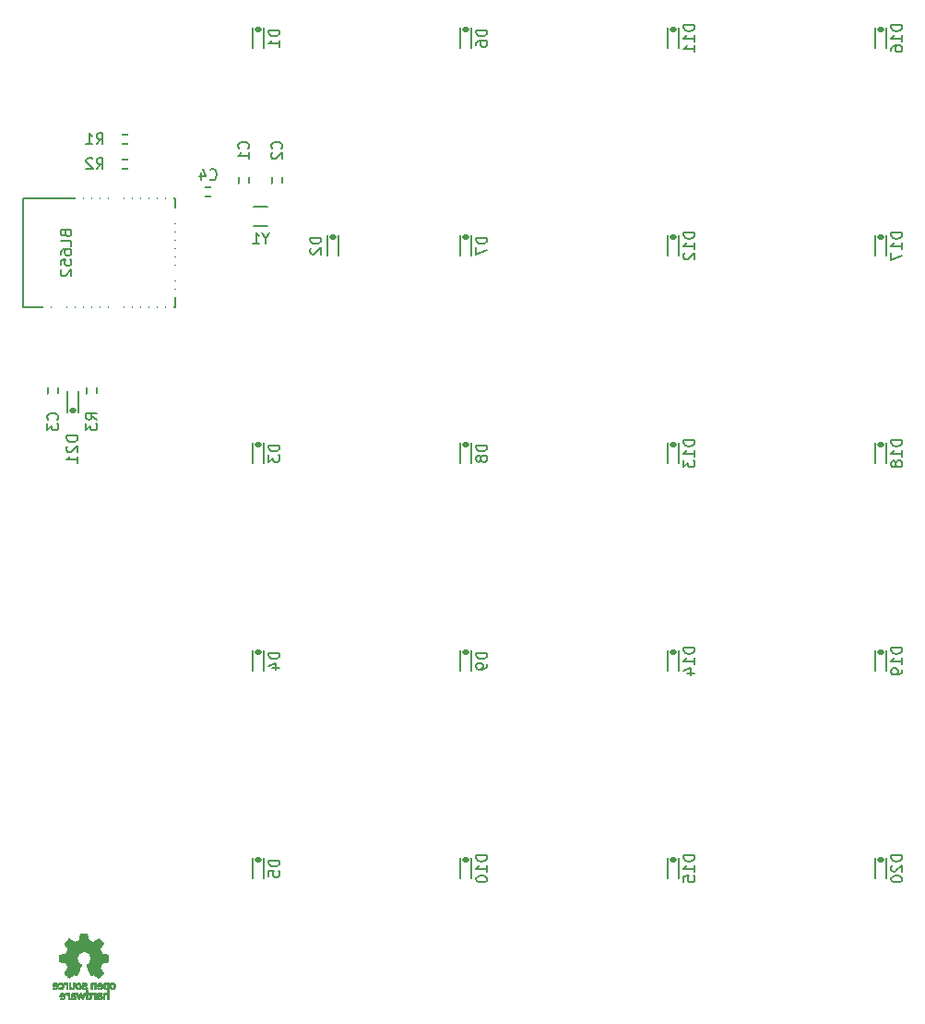
<source format=gbo>
G04 #@! TF.FileFunction,Legend,Bot*
%FSLAX46Y46*%
G04 Gerber Fmt 4.6, Leading zero omitted, Abs format (unit mm)*
G04 Created by KiCad (PCBNEW 4.0.7) date 01/05/18 23:40:39*
%MOMM*%
%LPD*%
G01*
G04 APERTURE LIST*
%ADD10C,0.100000*%
%ADD11C,0.150000*%
%ADD12C,0.500000*%
%ADD13C,0.010000*%
%ADD14C,3.700000*%
%ADD15C,1.910000*%
%ADD16C,2.700000*%
%ADD17C,4.200000*%
%ADD18C,2.400000*%
%ADD19R,1.000000X1.200000*%
%ADD20R,1.200000X1.000000*%
%ADD21C,1.600000*%
%ADD22R,1.500000X0.700000*%
%ADD23R,0.700000X1.500000*%
%ADD24R,1.650000X2.000000*%
%ADD25R,1.150000X1.500000*%
G04 APERTURE END LIST*
D10*
D11*
X90620000Y-71166000D02*
X90620000Y-70566000D01*
X89720000Y-71166000D02*
X89720000Y-70566000D01*
X93668000Y-71166000D02*
X93668000Y-70566000D01*
X92768000Y-71166000D02*
X92768000Y-70566000D01*
X72194000Y-89870000D02*
X72194000Y-90470000D01*
X73094000Y-89870000D02*
X73094000Y-90470000D01*
X86568000Y-72332000D02*
X87168000Y-72332000D01*
X86568000Y-71432000D02*
X87168000Y-71432000D01*
X78948000Y-67506000D02*
X79548000Y-67506000D01*
X78948000Y-66606000D02*
X79548000Y-66606000D01*
X78948000Y-69792000D02*
X79548000Y-69792000D01*
X78948000Y-68892000D02*
X79548000Y-68892000D01*
X76650000Y-90470000D02*
X76650000Y-89870000D01*
X75750000Y-90470000D02*
X75750000Y-89870000D01*
X69850000Y-72470000D02*
X69850000Y-82470000D01*
X69850000Y-82470000D02*
X83850000Y-82470000D01*
X83850000Y-82470000D02*
X83850000Y-72470000D01*
X83850000Y-72470000D02*
X69850000Y-72470000D01*
X92329000Y-75057000D02*
X91059000Y-75057000D01*
X92329000Y-73279000D02*
X91059000Y-73279000D01*
D12*
X74522000Y-91986000D02*
X74322000Y-91986000D01*
D11*
X73922000Y-92186000D02*
X73922000Y-90186000D01*
X74922000Y-92186000D02*
X74922000Y-90186000D01*
D12*
X148490000Y-133185000D02*
X148690000Y-133185000D01*
D11*
X149090000Y-132985000D02*
X149090000Y-134985000D01*
X148090000Y-132985000D02*
X148090000Y-134985000D01*
D12*
X148490000Y-114135000D02*
X148690000Y-114135000D01*
D11*
X149090000Y-113935000D02*
X149090000Y-115935000D01*
X148090000Y-113935000D02*
X148090000Y-115935000D01*
D12*
X148490000Y-95085000D02*
X148690000Y-95085000D01*
D11*
X149090000Y-94885000D02*
X149090000Y-96885000D01*
X148090000Y-94885000D02*
X148090000Y-96885000D01*
D12*
X148490000Y-76035000D02*
X148690000Y-76035000D01*
D11*
X149090000Y-75835000D02*
X149090000Y-77835000D01*
X148090000Y-75835000D02*
X148090000Y-77835000D01*
D12*
X148490000Y-56985000D02*
X148690000Y-56985000D01*
D11*
X149090000Y-56785000D02*
X149090000Y-58785000D01*
X148090000Y-56785000D02*
X148090000Y-58785000D01*
D12*
X129440000Y-133185000D02*
X129640000Y-133185000D01*
D11*
X130040000Y-132985000D02*
X130040000Y-134985000D01*
X129040000Y-132985000D02*
X129040000Y-134985000D01*
D12*
X129440000Y-114135000D02*
X129640000Y-114135000D01*
D11*
X130040000Y-113935000D02*
X130040000Y-115935000D01*
X129040000Y-113935000D02*
X129040000Y-115935000D01*
D12*
X129440000Y-95085000D02*
X129640000Y-95085000D01*
D11*
X130040000Y-94885000D02*
X130040000Y-96885000D01*
X129040000Y-94885000D02*
X129040000Y-96885000D01*
D12*
X129440000Y-76035000D02*
X129640000Y-76035000D01*
D11*
X130040000Y-75835000D02*
X130040000Y-77835000D01*
X129040000Y-75835000D02*
X129040000Y-77835000D01*
D12*
X129440000Y-56985000D02*
X129640000Y-56985000D01*
D11*
X130040000Y-56785000D02*
X130040000Y-58785000D01*
X129040000Y-56785000D02*
X129040000Y-58785000D01*
D12*
X110390000Y-133185000D02*
X110590000Y-133185000D01*
D11*
X110990000Y-132985000D02*
X110990000Y-134985000D01*
X109990000Y-132985000D02*
X109990000Y-134985000D01*
D12*
X110390000Y-114135000D02*
X110590000Y-114135000D01*
D11*
X110990000Y-113935000D02*
X110990000Y-115935000D01*
X109990000Y-113935000D02*
X109990000Y-115935000D01*
D12*
X110390000Y-95085000D02*
X110590000Y-95085000D01*
D11*
X110990000Y-94885000D02*
X110990000Y-96885000D01*
X109990000Y-94885000D02*
X109990000Y-96885000D01*
D12*
X110390000Y-76035000D02*
X110590000Y-76035000D01*
D11*
X110990000Y-75835000D02*
X110990000Y-77835000D01*
X109990000Y-75835000D02*
X109990000Y-77835000D01*
D12*
X110390000Y-56985000D02*
X110590000Y-56985000D01*
D11*
X110990000Y-56785000D02*
X110990000Y-58785000D01*
X109990000Y-56785000D02*
X109990000Y-58785000D01*
D12*
X91340000Y-133185000D02*
X91540000Y-133185000D01*
D11*
X91940000Y-132985000D02*
X91940000Y-134985000D01*
X90940000Y-132985000D02*
X90940000Y-134985000D01*
D12*
X91340000Y-114135000D02*
X91540000Y-114135000D01*
D11*
X91940000Y-113935000D02*
X91940000Y-115935000D01*
X90940000Y-113935000D02*
X90940000Y-115935000D01*
D12*
X91340000Y-95085000D02*
X91540000Y-95085000D01*
D11*
X91940000Y-94885000D02*
X91940000Y-96885000D01*
X90940000Y-94885000D02*
X90940000Y-96885000D01*
D12*
X98198000Y-76035000D02*
X98398000Y-76035000D01*
D11*
X98798000Y-75835000D02*
X98798000Y-77835000D01*
X97798000Y-75835000D02*
X97798000Y-77835000D01*
D12*
X91340000Y-56985000D02*
X91540000Y-56985000D01*
D11*
X91940000Y-56785000D02*
X91940000Y-58785000D01*
X90940000Y-56785000D02*
X90940000Y-58785000D01*
D13*
G36*
X77346759Y-144471184D02*
X77320247Y-144484282D01*
X77287553Y-144507106D01*
X77263725Y-144531996D01*
X77247406Y-144563249D01*
X77237240Y-144605166D01*
X77231872Y-144662044D01*
X77229944Y-144738184D01*
X77229831Y-144770917D01*
X77230161Y-144842656D01*
X77231527Y-144893927D01*
X77234500Y-144929404D01*
X77239649Y-144953763D01*
X77247543Y-144971680D01*
X77255757Y-144983902D01*
X77308187Y-145035905D01*
X77369930Y-145067184D01*
X77436536Y-145076592D01*
X77503558Y-145062980D01*
X77524792Y-145053354D01*
X77575624Y-145026859D01*
X77575624Y-145442052D01*
X77538525Y-145422868D01*
X77489643Y-145408025D01*
X77429561Y-145404222D01*
X77369564Y-145411243D01*
X77324256Y-145427013D01*
X77286675Y-145457047D01*
X77254564Y-145500024D01*
X77252150Y-145504436D01*
X77241967Y-145525221D01*
X77234530Y-145546170D01*
X77229411Y-145571548D01*
X77226181Y-145605618D01*
X77224413Y-145652641D01*
X77223677Y-145716882D01*
X77223544Y-145789176D01*
X77223544Y-146019822D01*
X77361861Y-146019822D01*
X77361861Y-145594533D01*
X77400549Y-145561979D01*
X77440738Y-145535940D01*
X77478797Y-145531205D01*
X77517066Y-145543389D01*
X77537462Y-145555320D01*
X77552642Y-145572313D01*
X77563438Y-145597995D01*
X77570683Y-145635991D01*
X77575208Y-145689926D01*
X77577844Y-145763425D01*
X77578772Y-145812347D01*
X77581911Y-146013535D01*
X77647926Y-146017336D01*
X77713940Y-146021136D01*
X77713940Y-144772650D01*
X77575624Y-144772650D01*
X77572097Y-144842254D01*
X77560215Y-144890569D01*
X77538020Y-144920631D01*
X77503559Y-144935471D01*
X77468742Y-144938436D01*
X77429329Y-144935028D01*
X77403171Y-144921617D01*
X77386814Y-144903896D01*
X77373937Y-144884835D01*
X77366272Y-144863601D01*
X77362861Y-144833849D01*
X77362749Y-144789236D01*
X77363897Y-144751880D01*
X77366532Y-144695604D01*
X77370456Y-144658658D01*
X77377063Y-144635223D01*
X77387749Y-144619480D01*
X77397833Y-144610380D01*
X77439970Y-144590537D01*
X77489840Y-144587332D01*
X77518476Y-144594168D01*
X77546828Y-144618464D01*
X77565609Y-144665728D01*
X77574712Y-144735624D01*
X77575624Y-144772650D01*
X77713940Y-144772650D01*
X77713940Y-144460614D01*
X77644782Y-144460614D01*
X77603260Y-144462256D01*
X77581838Y-144468087D01*
X77575626Y-144479461D01*
X77575624Y-144479798D01*
X77572742Y-144490938D01*
X77560030Y-144489673D01*
X77534757Y-144477433D01*
X77475869Y-144458707D01*
X77409615Y-144456739D01*
X77346759Y-144471184D01*
X77346759Y-144471184D01*
G37*
X77346759Y-144471184D02*
X77320247Y-144484282D01*
X77287553Y-144507106D01*
X77263725Y-144531996D01*
X77247406Y-144563249D01*
X77237240Y-144605166D01*
X77231872Y-144662044D01*
X77229944Y-144738184D01*
X77229831Y-144770917D01*
X77230161Y-144842656D01*
X77231527Y-144893927D01*
X77234500Y-144929404D01*
X77239649Y-144953763D01*
X77247543Y-144971680D01*
X77255757Y-144983902D01*
X77308187Y-145035905D01*
X77369930Y-145067184D01*
X77436536Y-145076592D01*
X77503558Y-145062980D01*
X77524792Y-145053354D01*
X77575624Y-145026859D01*
X77575624Y-145442052D01*
X77538525Y-145422868D01*
X77489643Y-145408025D01*
X77429561Y-145404222D01*
X77369564Y-145411243D01*
X77324256Y-145427013D01*
X77286675Y-145457047D01*
X77254564Y-145500024D01*
X77252150Y-145504436D01*
X77241967Y-145525221D01*
X77234530Y-145546170D01*
X77229411Y-145571548D01*
X77226181Y-145605618D01*
X77224413Y-145652641D01*
X77223677Y-145716882D01*
X77223544Y-145789176D01*
X77223544Y-146019822D01*
X77361861Y-146019822D01*
X77361861Y-145594533D01*
X77400549Y-145561979D01*
X77440738Y-145535940D01*
X77478797Y-145531205D01*
X77517066Y-145543389D01*
X77537462Y-145555320D01*
X77552642Y-145572313D01*
X77563438Y-145597995D01*
X77570683Y-145635991D01*
X77575208Y-145689926D01*
X77577844Y-145763425D01*
X77578772Y-145812347D01*
X77581911Y-146013535D01*
X77647926Y-146017336D01*
X77713940Y-146021136D01*
X77713940Y-144772650D01*
X77575624Y-144772650D01*
X77572097Y-144842254D01*
X77560215Y-144890569D01*
X77538020Y-144920631D01*
X77503559Y-144935471D01*
X77468742Y-144938436D01*
X77429329Y-144935028D01*
X77403171Y-144921617D01*
X77386814Y-144903896D01*
X77373937Y-144884835D01*
X77366272Y-144863601D01*
X77362861Y-144833849D01*
X77362749Y-144789236D01*
X77363897Y-144751880D01*
X77366532Y-144695604D01*
X77370456Y-144658658D01*
X77377063Y-144635223D01*
X77387749Y-144619480D01*
X77397833Y-144610380D01*
X77439970Y-144590537D01*
X77489840Y-144587332D01*
X77518476Y-144594168D01*
X77546828Y-144618464D01*
X77565609Y-144665728D01*
X77574712Y-144735624D01*
X77575624Y-144772650D01*
X77713940Y-144772650D01*
X77713940Y-144460614D01*
X77644782Y-144460614D01*
X77603260Y-144462256D01*
X77581838Y-144468087D01*
X77575626Y-144479461D01*
X77575624Y-144479798D01*
X77572742Y-144490938D01*
X77560030Y-144489673D01*
X77534757Y-144477433D01*
X77475869Y-144458707D01*
X77409615Y-144456739D01*
X77346759Y-144471184D01*
G36*
X76822210Y-145408555D02*
X76763055Y-145424339D01*
X76718023Y-145452948D01*
X76686246Y-145490419D01*
X76676366Y-145506411D01*
X76669073Y-145523163D01*
X76663974Y-145544592D01*
X76660679Y-145574616D01*
X76658797Y-145617154D01*
X76657937Y-145676122D01*
X76657707Y-145755440D01*
X76657703Y-145776484D01*
X76657703Y-146019822D01*
X76718059Y-146019822D01*
X76756557Y-146017126D01*
X76785023Y-146010295D01*
X76792155Y-146006083D01*
X76811652Y-145998813D01*
X76831566Y-146006083D01*
X76864353Y-146015160D01*
X76911978Y-146018813D01*
X76964764Y-146017228D01*
X77013036Y-146010589D01*
X77041218Y-146002072D01*
X77095753Y-145967063D01*
X77129835Y-145918479D01*
X77145157Y-145853882D01*
X77145299Y-145852223D01*
X77143955Y-145823566D01*
X77022356Y-145823566D01*
X77011726Y-145856161D01*
X76994410Y-145874505D01*
X76959652Y-145888379D01*
X76913773Y-145893917D01*
X76866988Y-145891191D01*
X76829514Y-145880274D01*
X76819015Y-145873269D01*
X76800668Y-145840904D01*
X76796020Y-145804111D01*
X76796020Y-145755763D01*
X76865582Y-145755763D01*
X76931667Y-145760850D01*
X76981764Y-145775263D01*
X77012929Y-145797729D01*
X77022356Y-145823566D01*
X77143955Y-145823566D01*
X77141987Y-145781647D01*
X77118710Y-145725845D01*
X77074948Y-145683647D01*
X77068899Y-145679808D01*
X77042907Y-145667309D01*
X77010735Y-145659740D01*
X76965760Y-145656061D01*
X76912331Y-145655216D01*
X76796020Y-145655169D01*
X76796020Y-145606411D01*
X76800953Y-145568581D01*
X76813543Y-145543236D01*
X76815017Y-145541887D01*
X76843034Y-145530800D01*
X76885326Y-145526503D01*
X76932064Y-145528615D01*
X76973418Y-145536756D01*
X76997957Y-145548965D01*
X77011253Y-145558746D01*
X77025294Y-145560613D01*
X77044671Y-145552600D01*
X77073976Y-145532739D01*
X77117803Y-145499063D01*
X77121825Y-145495909D01*
X77119764Y-145484236D01*
X77102568Y-145464822D01*
X77076433Y-145443248D01*
X77047552Y-145425096D01*
X77038478Y-145420809D01*
X77005380Y-145412256D01*
X76956880Y-145406155D01*
X76902695Y-145403708D01*
X76900161Y-145403703D01*
X76822210Y-145408555D01*
X76822210Y-145408555D01*
G37*
X76822210Y-145408555D02*
X76763055Y-145424339D01*
X76718023Y-145452948D01*
X76686246Y-145490419D01*
X76676366Y-145506411D01*
X76669073Y-145523163D01*
X76663974Y-145544592D01*
X76660679Y-145574616D01*
X76658797Y-145617154D01*
X76657937Y-145676122D01*
X76657707Y-145755440D01*
X76657703Y-145776484D01*
X76657703Y-146019822D01*
X76718059Y-146019822D01*
X76756557Y-146017126D01*
X76785023Y-146010295D01*
X76792155Y-146006083D01*
X76811652Y-145998813D01*
X76831566Y-146006083D01*
X76864353Y-146015160D01*
X76911978Y-146018813D01*
X76964764Y-146017228D01*
X77013036Y-146010589D01*
X77041218Y-146002072D01*
X77095753Y-145967063D01*
X77129835Y-145918479D01*
X77145157Y-145853882D01*
X77145299Y-145852223D01*
X77143955Y-145823566D01*
X77022356Y-145823566D01*
X77011726Y-145856161D01*
X76994410Y-145874505D01*
X76959652Y-145888379D01*
X76913773Y-145893917D01*
X76866988Y-145891191D01*
X76829514Y-145880274D01*
X76819015Y-145873269D01*
X76800668Y-145840904D01*
X76796020Y-145804111D01*
X76796020Y-145755763D01*
X76865582Y-145755763D01*
X76931667Y-145760850D01*
X76981764Y-145775263D01*
X77012929Y-145797729D01*
X77022356Y-145823566D01*
X77143955Y-145823566D01*
X77141987Y-145781647D01*
X77118710Y-145725845D01*
X77074948Y-145683647D01*
X77068899Y-145679808D01*
X77042907Y-145667309D01*
X77010735Y-145659740D01*
X76965760Y-145656061D01*
X76912331Y-145655216D01*
X76796020Y-145655169D01*
X76796020Y-145606411D01*
X76800953Y-145568581D01*
X76813543Y-145543236D01*
X76815017Y-145541887D01*
X76843034Y-145530800D01*
X76885326Y-145526503D01*
X76932064Y-145528615D01*
X76973418Y-145536756D01*
X76997957Y-145548965D01*
X77011253Y-145558746D01*
X77025294Y-145560613D01*
X77044671Y-145552600D01*
X77073976Y-145532739D01*
X77117803Y-145499063D01*
X77121825Y-145495909D01*
X77119764Y-145484236D01*
X77102568Y-145464822D01*
X77076433Y-145443248D01*
X77047552Y-145425096D01*
X77038478Y-145420809D01*
X77005380Y-145412256D01*
X76956880Y-145406155D01*
X76902695Y-145403708D01*
X76900161Y-145403703D01*
X76822210Y-145408555D01*
G36*
X76431356Y-145405020D02*
X76412539Y-145410660D01*
X76406473Y-145423053D01*
X76406218Y-145428647D01*
X76405129Y-145444230D01*
X76397632Y-145446676D01*
X76377381Y-145435993D01*
X76365351Y-145428694D01*
X76327400Y-145413063D01*
X76282072Y-145405334D01*
X76234544Y-145404740D01*
X76189995Y-145410513D01*
X76153602Y-145421884D01*
X76130543Y-145438088D01*
X76125996Y-145458355D01*
X76128291Y-145463843D01*
X76145020Y-145486626D01*
X76170963Y-145514647D01*
X76175655Y-145519177D01*
X76200383Y-145540005D01*
X76221718Y-145546735D01*
X76251555Y-145542038D01*
X76263508Y-145538917D01*
X76300705Y-145531421D01*
X76326859Y-145534792D01*
X76348946Y-145546681D01*
X76369178Y-145562635D01*
X76384079Y-145582700D01*
X76394434Y-145610702D01*
X76401029Y-145650467D01*
X76404649Y-145705823D01*
X76406078Y-145780594D01*
X76406218Y-145825740D01*
X76406218Y-146019822D01*
X76531960Y-146019822D01*
X76531960Y-145403683D01*
X76469089Y-145403683D01*
X76431356Y-145405020D01*
X76431356Y-145405020D01*
G37*
X76431356Y-145405020D02*
X76412539Y-145410660D01*
X76406473Y-145423053D01*
X76406218Y-145428647D01*
X76405129Y-145444230D01*
X76397632Y-145446676D01*
X76377381Y-145435993D01*
X76365351Y-145428694D01*
X76327400Y-145413063D01*
X76282072Y-145405334D01*
X76234544Y-145404740D01*
X76189995Y-145410513D01*
X76153602Y-145421884D01*
X76130543Y-145438088D01*
X76125996Y-145458355D01*
X76128291Y-145463843D01*
X76145020Y-145486626D01*
X76170963Y-145514647D01*
X76175655Y-145519177D01*
X76200383Y-145540005D01*
X76221718Y-145546735D01*
X76251555Y-145542038D01*
X76263508Y-145538917D01*
X76300705Y-145531421D01*
X76326859Y-145534792D01*
X76348946Y-145546681D01*
X76369178Y-145562635D01*
X76384079Y-145582700D01*
X76394434Y-145610702D01*
X76401029Y-145650467D01*
X76404649Y-145705823D01*
X76406078Y-145780594D01*
X76406218Y-145825740D01*
X76406218Y-146019822D01*
X76531960Y-146019822D01*
X76531960Y-145403683D01*
X76469089Y-145403683D01*
X76431356Y-145405020D01*
G36*
X75639188Y-146019822D02*
X75708346Y-146019822D01*
X75748488Y-146018645D01*
X75769394Y-146013772D01*
X75776922Y-146003186D01*
X75777505Y-145996029D01*
X75778774Y-145981676D01*
X75786779Y-145978923D01*
X75807815Y-145987771D01*
X75824173Y-145996029D01*
X75886977Y-146015597D01*
X75955248Y-146016729D01*
X76010752Y-146002135D01*
X76062438Y-145966877D01*
X76101838Y-145914835D01*
X76123413Y-145853450D01*
X76123962Y-145850018D01*
X76127167Y-145812571D01*
X76128761Y-145758813D01*
X76128633Y-145718155D01*
X75991279Y-145718155D01*
X75988097Y-145772194D01*
X75980859Y-145816735D01*
X75971060Y-145841888D01*
X75933989Y-145876260D01*
X75889974Y-145888582D01*
X75844584Y-145878618D01*
X75805797Y-145848895D01*
X75791108Y-145828905D01*
X75782519Y-145805050D01*
X75778496Y-145770230D01*
X75777505Y-145717930D01*
X75779278Y-145666139D01*
X75783963Y-145620634D01*
X75790603Y-145590181D01*
X75791710Y-145587452D01*
X75818491Y-145555000D01*
X75857579Y-145537183D01*
X75901315Y-145534306D01*
X75942038Y-145546674D01*
X75972087Y-145574593D01*
X75975204Y-145580148D01*
X75984961Y-145614022D01*
X75990277Y-145662728D01*
X75991279Y-145718155D01*
X76128633Y-145718155D01*
X76128568Y-145697540D01*
X76127664Y-145664563D01*
X76121514Y-145582981D01*
X76108733Y-145521730D01*
X76087471Y-145476449D01*
X76055878Y-145442779D01*
X76025207Y-145423014D01*
X75982354Y-145409120D01*
X75929056Y-145404354D01*
X75874480Y-145408236D01*
X75827792Y-145420282D01*
X75803124Y-145434693D01*
X75777505Y-145457878D01*
X75777505Y-145164773D01*
X75639188Y-145164773D01*
X75639188Y-146019822D01*
X75639188Y-146019822D01*
G37*
X75639188Y-146019822D02*
X75708346Y-146019822D01*
X75748488Y-146018645D01*
X75769394Y-146013772D01*
X75776922Y-146003186D01*
X75777505Y-145996029D01*
X75778774Y-145981676D01*
X75786779Y-145978923D01*
X75807815Y-145987771D01*
X75824173Y-145996029D01*
X75886977Y-146015597D01*
X75955248Y-146016729D01*
X76010752Y-146002135D01*
X76062438Y-145966877D01*
X76101838Y-145914835D01*
X76123413Y-145853450D01*
X76123962Y-145850018D01*
X76127167Y-145812571D01*
X76128761Y-145758813D01*
X76128633Y-145718155D01*
X75991279Y-145718155D01*
X75988097Y-145772194D01*
X75980859Y-145816735D01*
X75971060Y-145841888D01*
X75933989Y-145876260D01*
X75889974Y-145888582D01*
X75844584Y-145878618D01*
X75805797Y-145848895D01*
X75791108Y-145828905D01*
X75782519Y-145805050D01*
X75778496Y-145770230D01*
X75777505Y-145717930D01*
X75779278Y-145666139D01*
X75783963Y-145620634D01*
X75790603Y-145590181D01*
X75791710Y-145587452D01*
X75818491Y-145555000D01*
X75857579Y-145537183D01*
X75901315Y-145534306D01*
X75942038Y-145546674D01*
X75972087Y-145574593D01*
X75975204Y-145580148D01*
X75984961Y-145614022D01*
X75990277Y-145662728D01*
X75991279Y-145718155D01*
X76128633Y-145718155D01*
X76128568Y-145697540D01*
X76127664Y-145664563D01*
X76121514Y-145582981D01*
X76108733Y-145521730D01*
X76087471Y-145476449D01*
X76055878Y-145442779D01*
X76025207Y-145423014D01*
X75982354Y-145409120D01*
X75929056Y-145404354D01*
X75874480Y-145408236D01*
X75827792Y-145420282D01*
X75803124Y-145434693D01*
X75777505Y-145457878D01*
X75777505Y-145164773D01*
X75639188Y-145164773D01*
X75639188Y-146019822D01*
G36*
X75156476Y-145406237D02*
X75106745Y-145409971D01*
X74976709Y-145799773D01*
X74956322Y-145730614D01*
X74944054Y-145687874D01*
X74927915Y-145630115D01*
X74910488Y-145566625D01*
X74901274Y-145532570D01*
X74866612Y-145403683D01*
X74723609Y-145403683D01*
X74766354Y-145538857D01*
X74787404Y-145605342D01*
X74812833Y-145685539D01*
X74839390Y-145769193D01*
X74863098Y-145843782D01*
X74917098Y-146013535D01*
X74975402Y-146017328D01*
X75033705Y-146021122D01*
X75065321Y-145916734D01*
X75084818Y-145851889D01*
X75106096Y-145780400D01*
X75124692Y-145717263D01*
X75125426Y-145714750D01*
X75139316Y-145671969D01*
X75151571Y-145642779D01*
X75160154Y-145631741D01*
X75161918Y-145633018D01*
X75168109Y-145650130D01*
X75179872Y-145686787D01*
X75195775Y-145738378D01*
X75214386Y-145800294D01*
X75224457Y-145834352D01*
X75278993Y-146019822D01*
X75394736Y-146019822D01*
X75487263Y-145727471D01*
X75513256Y-145645462D01*
X75536934Y-145570987D01*
X75557180Y-145507544D01*
X75572874Y-145458632D01*
X75582898Y-145427749D01*
X75585945Y-145418726D01*
X75583533Y-145409487D01*
X75564592Y-145405441D01*
X75525177Y-145405846D01*
X75519007Y-145406152D01*
X75445914Y-145409971D01*
X75398043Y-145586010D01*
X75380447Y-145650211D01*
X75364723Y-145706649D01*
X75352254Y-145750422D01*
X75344426Y-145776630D01*
X75342980Y-145780903D01*
X75336986Y-145775990D01*
X75324899Y-145750532D01*
X75308107Y-145707997D01*
X75287997Y-145651850D01*
X75270997Y-145601130D01*
X75206206Y-145402504D01*
X75156476Y-145406237D01*
X75156476Y-145406237D01*
G37*
X75156476Y-145406237D02*
X75106745Y-145409971D01*
X74976709Y-145799773D01*
X74956322Y-145730614D01*
X74944054Y-145687874D01*
X74927915Y-145630115D01*
X74910488Y-145566625D01*
X74901274Y-145532570D01*
X74866612Y-145403683D01*
X74723609Y-145403683D01*
X74766354Y-145538857D01*
X74787404Y-145605342D01*
X74812833Y-145685539D01*
X74839390Y-145769193D01*
X74863098Y-145843782D01*
X74917098Y-146013535D01*
X74975402Y-146017328D01*
X75033705Y-146021122D01*
X75065321Y-145916734D01*
X75084818Y-145851889D01*
X75106096Y-145780400D01*
X75124692Y-145717263D01*
X75125426Y-145714750D01*
X75139316Y-145671969D01*
X75151571Y-145642779D01*
X75160154Y-145631741D01*
X75161918Y-145633018D01*
X75168109Y-145650130D01*
X75179872Y-145686787D01*
X75195775Y-145738378D01*
X75214386Y-145800294D01*
X75224457Y-145834352D01*
X75278993Y-146019822D01*
X75394736Y-146019822D01*
X75487263Y-145727471D01*
X75513256Y-145645462D01*
X75536934Y-145570987D01*
X75557180Y-145507544D01*
X75572874Y-145458632D01*
X75582898Y-145427749D01*
X75585945Y-145418726D01*
X75583533Y-145409487D01*
X75564592Y-145405441D01*
X75525177Y-145405846D01*
X75519007Y-145406152D01*
X75445914Y-145409971D01*
X75398043Y-145586010D01*
X75380447Y-145650211D01*
X75364723Y-145706649D01*
X75352254Y-145750422D01*
X75344426Y-145776630D01*
X75342980Y-145780903D01*
X75336986Y-145775990D01*
X75324899Y-145750532D01*
X75308107Y-145707997D01*
X75287997Y-145651850D01*
X75270997Y-145601130D01*
X75206206Y-145402504D01*
X75156476Y-145406237D01*
G36*
X74399589Y-145407417D02*
X74346589Y-145420290D01*
X74331269Y-145427110D01*
X74301572Y-145444974D01*
X74278780Y-145465093D01*
X74261917Y-145490962D01*
X74250002Y-145526073D01*
X74242058Y-145573920D01*
X74237106Y-145637996D01*
X74234169Y-145721794D01*
X74233053Y-145777768D01*
X74228948Y-146019822D01*
X74299068Y-146019822D01*
X74341607Y-146018038D01*
X74363524Y-146011942D01*
X74369188Y-146001706D01*
X74372179Y-145990637D01*
X74385549Y-145992754D01*
X74403767Y-146001629D01*
X74449376Y-146015233D01*
X74507993Y-146018899D01*
X74569646Y-146012903D01*
X74624362Y-145997521D01*
X74629270Y-145995386D01*
X74679277Y-145960255D01*
X74712244Y-145911419D01*
X74727413Y-145854333D01*
X74726254Y-145833824D01*
X74602492Y-145833824D01*
X74591587Y-145861425D01*
X74559255Y-145881204D01*
X74507090Y-145891819D01*
X74479213Y-145893228D01*
X74432753Y-145889620D01*
X74401871Y-145875597D01*
X74394336Y-145868931D01*
X74373924Y-145832666D01*
X74369188Y-145799773D01*
X74369188Y-145755763D01*
X74430487Y-145755763D01*
X74501744Y-145759395D01*
X74551724Y-145770818D01*
X74583304Y-145790824D01*
X74590374Y-145799743D01*
X74602492Y-145833824D01*
X74726254Y-145833824D01*
X74724029Y-145794456D01*
X74701337Y-145737244D01*
X74670376Y-145698580D01*
X74651624Y-145681864D01*
X74633267Y-145670878D01*
X74609381Y-145664180D01*
X74574043Y-145660326D01*
X74521331Y-145657873D01*
X74500423Y-145657168D01*
X74369188Y-145652879D01*
X74369380Y-145613158D01*
X74374463Y-145571405D01*
X74392838Y-145546158D01*
X74429961Y-145530030D01*
X74430957Y-145529742D01*
X74483590Y-145523400D01*
X74535094Y-145531684D01*
X74573370Y-145551827D01*
X74588728Y-145561773D01*
X74605270Y-145560397D01*
X74630725Y-145545987D01*
X74645672Y-145535817D01*
X74674909Y-145514088D01*
X74693020Y-145497800D01*
X74695926Y-145493137D01*
X74683960Y-145469005D01*
X74648604Y-145440185D01*
X74633247Y-145430461D01*
X74589099Y-145413714D01*
X74529602Y-145404227D01*
X74463513Y-145402095D01*
X74399589Y-145407417D01*
X74399589Y-145407417D01*
G37*
X74399589Y-145407417D02*
X74346589Y-145420290D01*
X74331269Y-145427110D01*
X74301572Y-145444974D01*
X74278780Y-145465093D01*
X74261917Y-145490962D01*
X74250002Y-145526073D01*
X74242058Y-145573920D01*
X74237106Y-145637996D01*
X74234169Y-145721794D01*
X74233053Y-145777768D01*
X74228948Y-146019822D01*
X74299068Y-146019822D01*
X74341607Y-146018038D01*
X74363524Y-146011942D01*
X74369188Y-146001706D01*
X74372179Y-145990637D01*
X74385549Y-145992754D01*
X74403767Y-146001629D01*
X74449376Y-146015233D01*
X74507993Y-146018899D01*
X74569646Y-146012903D01*
X74624362Y-145997521D01*
X74629270Y-145995386D01*
X74679277Y-145960255D01*
X74712244Y-145911419D01*
X74727413Y-145854333D01*
X74726254Y-145833824D01*
X74602492Y-145833824D01*
X74591587Y-145861425D01*
X74559255Y-145881204D01*
X74507090Y-145891819D01*
X74479213Y-145893228D01*
X74432753Y-145889620D01*
X74401871Y-145875597D01*
X74394336Y-145868931D01*
X74373924Y-145832666D01*
X74369188Y-145799773D01*
X74369188Y-145755763D01*
X74430487Y-145755763D01*
X74501744Y-145759395D01*
X74551724Y-145770818D01*
X74583304Y-145790824D01*
X74590374Y-145799743D01*
X74602492Y-145833824D01*
X74726254Y-145833824D01*
X74724029Y-145794456D01*
X74701337Y-145737244D01*
X74670376Y-145698580D01*
X74651624Y-145681864D01*
X74633267Y-145670878D01*
X74609381Y-145664180D01*
X74574043Y-145660326D01*
X74521331Y-145657873D01*
X74500423Y-145657168D01*
X74369188Y-145652879D01*
X74369380Y-145613158D01*
X74374463Y-145571405D01*
X74392838Y-145546158D01*
X74429961Y-145530030D01*
X74430957Y-145529742D01*
X74483590Y-145523400D01*
X74535094Y-145531684D01*
X74573370Y-145551827D01*
X74588728Y-145561773D01*
X74605270Y-145560397D01*
X74630725Y-145545987D01*
X74645672Y-145535817D01*
X74674909Y-145514088D01*
X74693020Y-145497800D01*
X74695926Y-145493137D01*
X74683960Y-145469005D01*
X74648604Y-145440185D01*
X74633247Y-145430461D01*
X74589099Y-145413714D01*
X74529602Y-145404227D01*
X74463513Y-145402095D01*
X74399589Y-145407417D01*
G36*
X73802745Y-145403486D02*
X73754405Y-145413015D01*
X73726886Y-145427125D01*
X73697936Y-145450568D01*
X73739124Y-145502571D01*
X73764518Y-145534064D01*
X73781762Y-145549428D01*
X73798898Y-145551776D01*
X73823973Y-145544217D01*
X73835743Y-145539941D01*
X73883730Y-145533631D01*
X73927676Y-145547156D01*
X73959940Y-145577710D01*
X73965181Y-145587452D01*
X73970888Y-145613258D01*
X73975294Y-145660817D01*
X73978189Y-145726758D01*
X73979369Y-145807710D01*
X73979386Y-145819226D01*
X73979386Y-146019822D01*
X74117703Y-146019822D01*
X74117703Y-145403683D01*
X74048544Y-145403683D01*
X74008667Y-145404725D01*
X73987893Y-145409358D01*
X73980211Y-145419849D01*
X73979386Y-145429745D01*
X73979386Y-145455806D01*
X73946255Y-145429745D01*
X73908265Y-145411965D01*
X73857230Y-145403174D01*
X73802745Y-145403486D01*
X73802745Y-145403486D01*
G37*
X73802745Y-145403486D02*
X73754405Y-145413015D01*
X73726886Y-145427125D01*
X73697936Y-145450568D01*
X73739124Y-145502571D01*
X73764518Y-145534064D01*
X73781762Y-145549428D01*
X73798898Y-145551776D01*
X73823973Y-145544217D01*
X73835743Y-145539941D01*
X73883730Y-145533631D01*
X73927676Y-145547156D01*
X73959940Y-145577710D01*
X73965181Y-145587452D01*
X73970888Y-145613258D01*
X73975294Y-145660817D01*
X73978189Y-145726758D01*
X73979369Y-145807710D01*
X73979386Y-145819226D01*
X73979386Y-146019822D01*
X74117703Y-146019822D01*
X74117703Y-145403683D01*
X74048544Y-145403683D01*
X74008667Y-145404725D01*
X73987893Y-145409358D01*
X73980211Y-145419849D01*
X73979386Y-145429745D01*
X73979386Y-145455806D01*
X73946255Y-145429745D01*
X73908265Y-145411965D01*
X73857230Y-145403174D01*
X73802745Y-145403486D01*
G36*
X73405419Y-145406970D02*
X73345315Y-145422597D01*
X73294979Y-145454848D01*
X73270607Y-145478940D01*
X73230655Y-145535895D01*
X73207758Y-145601965D01*
X73199892Y-145683182D01*
X73199852Y-145689748D01*
X73199782Y-145755763D01*
X73579736Y-145755763D01*
X73571637Y-145790342D01*
X73557013Y-145821659D01*
X73531419Y-145854291D01*
X73526065Y-145859500D01*
X73480057Y-145887694D01*
X73427590Y-145892475D01*
X73367197Y-145873926D01*
X73356960Y-145868931D01*
X73325561Y-145853745D01*
X73304530Y-145845094D01*
X73300861Y-145844293D01*
X73288052Y-145852063D01*
X73263622Y-145871072D01*
X73251221Y-145881460D01*
X73225524Y-145905321D01*
X73217085Y-145921077D01*
X73222942Y-145935571D01*
X73226072Y-145939534D01*
X73247275Y-145956879D01*
X73282262Y-145977959D01*
X73306663Y-145990265D01*
X73375928Y-146011946D01*
X73452612Y-146018971D01*
X73525235Y-146010647D01*
X73545574Y-146004686D01*
X73608524Y-145970952D01*
X73655185Y-145919045D01*
X73685827Y-145848459D01*
X73700718Y-145758692D01*
X73702353Y-145711753D01*
X73697579Y-145643413D01*
X73577010Y-145643413D01*
X73565348Y-145648465D01*
X73534002Y-145652429D01*
X73488429Y-145654768D01*
X73457554Y-145655169D01*
X73402019Y-145654783D01*
X73366967Y-145652975D01*
X73347738Y-145648773D01*
X73339670Y-145641203D01*
X73338099Y-145630218D01*
X73348879Y-145596381D01*
X73376020Y-145562940D01*
X73411723Y-145537272D01*
X73447440Y-145526772D01*
X73495952Y-145536086D01*
X73537947Y-145563013D01*
X73567064Y-145601827D01*
X73577010Y-145643413D01*
X73697579Y-145643413D01*
X73695401Y-145612236D01*
X73673945Y-145532949D01*
X73637530Y-145473263D01*
X73585703Y-145432549D01*
X73518010Y-145410179D01*
X73481338Y-145405871D01*
X73405419Y-145406970D01*
X73405419Y-145406970D01*
G37*
X73405419Y-145406970D02*
X73345315Y-145422597D01*
X73294979Y-145454848D01*
X73270607Y-145478940D01*
X73230655Y-145535895D01*
X73207758Y-145601965D01*
X73199892Y-145683182D01*
X73199852Y-145689748D01*
X73199782Y-145755763D01*
X73579736Y-145755763D01*
X73571637Y-145790342D01*
X73557013Y-145821659D01*
X73531419Y-145854291D01*
X73526065Y-145859500D01*
X73480057Y-145887694D01*
X73427590Y-145892475D01*
X73367197Y-145873926D01*
X73356960Y-145868931D01*
X73325561Y-145853745D01*
X73304530Y-145845094D01*
X73300861Y-145844293D01*
X73288052Y-145852063D01*
X73263622Y-145871072D01*
X73251221Y-145881460D01*
X73225524Y-145905321D01*
X73217085Y-145921077D01*
X73222942Y-145935571D01*
X73226072Y-145939534D01*
X73247275Y-145956879D01*
X73282262Y-145977959D01*
X73306663Y-145990265D01*
X73375928Y-146011946D01*
X73452612Y-146018971D01*
X73525235Y-146010647D01*
X73545574Y-146004686D01*
X73608524Y-145970952D01*
X73655185Y-145919045D01*
X73685827Y-145848459D01*
X73700718Y-145758692D01*
X73702353Y-145711753D01*
X73697579Y-145643413D01*
X73577010Y-145643413D01*
X73565348Y-145648465D01*
X73534002Y-145652429D01*
X73488429Y-145654768D01*
X73457554Y-145655169D01*
X73402019Y-145654783D01*
X73366967Y-145652975D01*
X73347738Y-145648773D01*
X73339670Y-145641203D01*
X73338099Y-145630218D01*
X73348879Y-145596381D01*
X73376020Y-145562940D01*
X73411723Y-145537272D01*
X73447440Y-145526772D01*
X73495952Y-145536086D01*
X73537947Y-145563013D01*
X73567064Y-145601827D01*
X73577010Y-145643413D01*
X73697579Y-145643413D01*
X73695401Y-145612236D01*
X73673945Y-145532949D01*
X73637530Y-145473263D01*
X73585703Y-145432549D01*
X73518010Y-145410179D01*
X73481338Y-145405871D01*
X73405419Y-145406970D01*
G36*
X77976261Y-144467148D02*
X77910479Y-144496231D01*
X77860540Y-144544793D01*
X77826374Y-144612908D01*
X77807907Y-144700651D01*
X77806583Y-144714351D01*
X77805546Y-144810939D01*
X77818993Y-144895602D01*
X77846108Y-144964221D01*
X77860627Y-144986294D01*
X77911201Y-145033011D01*
X77975609Y-145063268D01*
X78047666Y-145075824D01*
X78121185Y-145069439D01*
X78177072Y-145049772D01*
X78225132Y-145016629D01*
X78264412Y-144973175D01*
X78265092Y-144972158D01*
X78281044Y-144945338D01*
X78291410Y-144918368D01*
X78297688Y-144884332D01*
X78301373Y-144836310D01*
X78302997Y-144796931D01*
X78303672Y-144761219D01*
X78177955Y-144761219D01*
X78176726Y-144796770D01*
X78172266Y-144844094D01*
X78164397Y-144874465D01*
X78150207Y-144896072D01*
X78136917Y-144908694D01*
X78089802Y-144935122D01*
X78040505Y-144938653D01*
X77994593Y-144919639D01*
X77971638Y-144898331D01*
X77955096Y-144876859D01*
X77945421Y-144856313D01*
X77941174Y-144829574D01*
X77940920Y-144789523D01*
X77942228Y-144752638D01*
X77945043Y-144699947D01*
X77949505Y-144665772D01*
X77957548Y-144643480D01*
X77971103Y-144626442D01*
X77981845Y-144616703D01*
X78026777Y-144591123D01*
X78075249Y-144589847D01*
X78115894Y-144604999D01*
X78150567Y-144636642D01*
X78171224Y-144688620D01*
X78177955Y-144761219D01*
X78303672Y-144761219D01*
X78304479Y-144718621D01*
X78301948Y-144660056D01*
X78294362Y-144616007D01*
X78280681Y-144581248D01*
X78259865Y-144550551D01*
X78252147Y-144541436D01*
X78203889Y-144496021D01*
X78152128Y-144469493D01*
X78088828Y-144458379D01*
X78057961Y-144457471D01*
X77976261Y-144467148D01*
X77976261Y-144467148D01*
G37*
X77976261Y-144467148D02*
X77910479Y-144496231D01*
X77860540Y-144544793D01*
X77826374Y-144612908D01*
X77807907Y-144700651D01*
X77806583Y-144714351D01*
X77805546Y-144810939D01*
X77818993Y-144895602D01*
X77846108Y-144964221D01*
X77860627Y-144986294D01*
X77911201Y-145033011D01*
X77975609Y-145063268D01*
X78047666Y-145075824D01*
X78121185Y-145069439D01*
X78177072Y-145049772D01*
X78225132Y-145016629D01*
X78264412Y-144973175D01*
X78265092Y-144972158D01*
X78281044Y-144945338D01*
X78291410Y-144918368D01*
X78297688Y-144884332D01*
X78301373Y-144836310D01*
X78302997Y-144796931D01*
X78303672Y-144761219D01*
X78177955Y-144761219D01*
X78176726Y-144796770D01*
X78172266Y-144844094D01*
X78164397Y-144874465D01*
X78150207Y-144896072D01*
X78136917Y-144908694D01*
X78089802Y-144935122D01*
X78040505Y-144938653D01*
X77994593Y-144919639D01*
X77971638Y-144898331D01*
X77955096Y-144876859D01*
X77945421Y-144856313D01*
X77941174Y-144829574D01*
X77940920Y-144789523D01*
X77942228Y-144752638D01*
X77945043Y-144699947D01*
X77949505Y-144665772D01*
X77957548Y-144643480D01*
X77971103Y-144626442D01*
X77981845Y-144616703D01*
X78026777Y-144591123D01*
X78075249Y-144589847D01*
X78115894Y-144604999D01*
X78150567Y-144636642D01*
X78171224Y-144688620D01*
X78177955Y-144761219D01*
X78303672Y-144761219D01*
X78304479Y-144718621D01*
X78301948Y-144660056D01*
X78294362Y-144616007D01*
X78280681Y-144581248D01*
X78259865Y-144550551D01*
X78252147Y-144541436D01*
X78203889Y-144496021D01*
X78152128Y-144469493D01*
X78088828Y-144458379D01*
X78057961Y-144457471D01*
X77976261Y-144467148D01*
G36*
X76794699Y-144474614D02*
X76782168Y-144480514D01*
X76738799Y-144512283D01*
X76697790Y-144558646D01*
X76667168Y-144609696D01*
X76658459Y-144633166D01*
X76650512Y-144675091D01*
X76645774Y-144725757D01*
X76645199Y-144746679D01*
X76645129Y-144812693D01*
X77025083Y-144812693D01*
X77016983Y-144847273D01*
X76997104Y-144888170D01*
X76962347Y-144923514D01*
X76920998Y-144946282D01*
X76894649Y-144951010D01*
X76858916Y-144945273D01*
X76816282Y-144930882D01*
X76801799Y-144924262D01*
X76748240Y-144897513D01*
X76702533Y-144932376D01*
X76676158Y-144955955D01*
X76662124Y-144975417D01*
X76661414Y-144981129D01*
X76673951Y-144994973D01*
X76701428Y-145016012D01*
X76726366Y-145032425D01*
X76793664Y-145061930D01*
X76869110Y-145075284D01*
X76943888Y-145071812D01*
X77003495Y-145053663D01*
X77064941Y-145014784D01*
X77108608Y-144963595D01*
X77135926Y-144897367D01*
X77148322Y-144813371D01*
X77149421Y-144774936D01*
X77145022Y-144686861D01*
X77144482Y-144684299D01*
X77018582Y-144684299D01*
X77015115Y-144692558D01*
X77000863Y-144697113D01*
X76971470Y-144699065D01*
X76922575Y-144699517D01*
X76903748Y-144699525D01*
X76846467Y-144698843D01*
X76810141Y-144696364D01*
X76790604Y-144691443D01*
X76783690Y-144683434D01*
X76783445Y-144680862D01*
X76791336Y-144660423D01*
X76811085Y-144631789D01*
X76819575Y-144621763D01*
X76851094Y-144593408D01*
X76883949Y-144582259D01*
X76901651Y-144581327D01*
X76949539Y-144592981D01*
X76989699Y-144624285D01*
X77015173Y-144669752D01*
X77015625Y-144671233D01*
X77018582Y-144684299D01*
X77144482Y-144684299D01*
X77130392Y-144617510D01*
X77104038Y-144562025D01*
X77071807Y-144522639D01*
X77012217Y-144479931D01*
X76942168Y-144457109D01*
X76867661Y-144455046D01*
X76794699Y-144474614D01*
X76794699Y-144474614D01*
G37*
X76794699Y-144474614D02*
X76782168Y-144480514D01*
X76738799Y-144512283D01*
X76697790Y-144558646D01*
X76667168Y-144609696D01*
X76658459Y-144633166D01*
X76650512Y-144675091D01*
X76645774Y-144725757D01*
X76645199Y-144746679D01*
X76645129Y-144812693D01*
X77025083Y-144812693D01*
X77016983Y-144847273D01*
X76997104Y-144888170D01*
X76962347Y-144923514D01*
X76920998Y-144946282D01*
X76894649Y-144951010D01*
X76858916Y-144945273D01*
X76816282Y-144930882D01*
X76801799Y-144924262D01*
X76748240Y-144897513D01*
X76702533Y-144932376D01*
X76676158Y-144955955D01*
X76662124Y-144975417D01*
X76661414Y-144981129D01*
X76673951Y-144994973D01*
X76701428Y-145016012D01*
X76726366Y-145032425D01*
X76793664Y-145061930D01*
X76869110Y-145075284D01*
X76943888Y-145071812D01*
X77003495Y-145053663D01*
X77064941Y-145014784D01*
X77108608Y-144963595D01*
X77135926Y-144897367D01*
X77148322Y-144813371D01*
X77149421Y-144774936D01*
X77145022Y-144686861D01*
X77144482Y-144684299D01*
X77018582Y-144684299D01*
X77015115Y-144692558D01*
X77000863Y-144697113D01*
X76971470Y-144699065D01*
X76922575Y-144699517D01*
X76903748Y-144699525D01*
X76846467Y-144698843D01*
X76810141Y-144696364D01*
X76790604Y-144691443D01*
X76783690Y-144683434D01*
X76783445Y-144680862D01*
X76791336Y-144660423D01*
X76811085Y-144631789D01*
X76819575Y-144621763D01*
X76851094Y-144593408D01*
X76883949Y-144582259D01*
X76901651Y-144581327D01*
X76949539Y-144592981D01*
X76989699Y-144624285D01*
X77015173Y-144669752D01*
X77015625Y-144671233D01*
X77018582Y-144684299D01*
X77144482Y-144684299D01*
X77130392Y-144617510D01*
X77104038Y-144562025D01*
X77071807Y-144522639D01*
X77012217Y-144479931D01*
X76942168Y-144457109D01*
X76867661Y-144455046D01*
X76794699Y-144474614D01*
G36*
X75423983Y-144458452D02*
X75376366Y-144467482D01*
X75326966Y-144486370D01*
X75321688Y-144488777D01*
X75284226Y-144508476D01*
X75258283Y-144526781D01*
X75249897Y-144538508D01*
X75257883Y-144557632D01*
X75277280Y-144585850D01*
X75285890Y-144596384D01*
X75321372Y-144637847D01*
X75367115Y-144610858D01*
X75410650Y-144592878D01*
X75460950Y-144583267D01*
X75509188Y-144582660D01*
X75546533Y-144591691D01*
X75555495Y-144597327D01*
X75572563Y-144623171D01*
X75574637Y-144652941D01*
X75561866Y-144676197D01*
X75554312Y-144680708D01*
X75531675Y-144686309D01*
X75491885Y-144692892D01*
X75442834Y-144699183D01*
X75433785Y-144700170D01*
X75355004Y-144713798D01*
X75297864Y-144736946D01*
X75259970Y-144771752D01*
X75238921Y-144820354D01*
X75232365Y-144879718D01*
X75241423Y-144947198D01*
X75270836Y-145000188D01*
X75320722Y-145038783D01*
X75391200Y-145063081D01*
X75469435Y-145072667D01*
X75533234Y-145072552D01*
X75584984Y-145063845D01*
X75620327Y-145051825D01*
X75664983Y-145030880D01*
X75706253Y-145006574D01*
X75720921Y-144995876D01*
X75758643Y-144965084D01*
X75713148Y-144919049D01*
X75667653Y-144873013D01*
X75615928Y-144907243D01*
X75564048Y-144932952D01*
X75508649Y-144946399D01*
X75455395Y-144947818D01*
X75409951Y-144937443D01*
X75377984Y-144915507D01*
X75367662Y-144896998D01*
X75369211Y-144867314D01*
X75394860Y-144844615D01*
X75444540Y-144828940D01*
X75498969Y-144821695D01*
X75582736Y-144807873D01*
X75644967Y-144781796D01*
X75686493Y-144742699D01*
X75708147Y-144689820D01*
X75711147Y-144627126D01*
X75696329Y-144561642D01*
X75662546Y-144512144D01*
X75609495Y-144478408D01*
X75536874Y-144460207D01*
X75483072Y-144456639D01*
X75423983Y-144458452D01*
X75423983Y-144458452D01*
G37*
X75423983Y-144458452D02*
X75376366Y-144467482D01*
X75326966Y-144486370D01*
X75321688Y-144488777D01*
X75284226Y-144508476D01*
X75258283Y-144526781D01*
X75249897Y-144538508D01*
X75257883Y-144557632D01*
X75277280Y-144585850D01*
X75285890Y-144596384D01*
X75321372Y-144637847D01*
X75367115Y-144610858D01*
X75410650Y-144592878D01*
X75460950Y-144583267D01*
X75509188Y-144582660D01*
X75546533Y-144591691D01*
X75555495Y-144597327D01*
X75572563Y-144623171D01*
X75574637Y-144652941D01*
X75561866Y-144676197D01*
X75554312Y-144680708D01*
X75531675Y-144686309D01*
X75491885Y-144692892D01*
X75442834Y-144699183D01*
X75433785Y-144700170D01*
X75355004Y-144713798D01*
X75297864Y-144736946D01*
X75259970Y-144771752D01*
X75238921Y-144820354D01*
X75232365Y-144879718D01*
X75241423Y-144947198D01*
X75270836Y-145000188D01*
X75320722Y-145038783D01*
X75391200Y-145063081D01*
X75469435Y-145072667D01*
X75533234Y-145072552D01*
X75584984Y-145063845D01*
X75620327Y-145051825D01*
X75664983Y-145030880D01*
X75706253Y-145006574D01*
X75720921Y-144995876D01*
X75758643Y-144965084D01*
X75713148Y-144919049D01*
X75667653Y-144873013D01*
X75615928Y-144907243D01*
X75564048Y-144932952D01*
X75508649Y-144946399D01*
X75455395Y-144947818D01*
X75409951Y-144937443D01*
X75377984Y-144915507D01*
X75367662Y-144896998D01*
X75369211Y-144867314D01*
X75394860Y-144844615D01*
X75444540Y-144828940D01*
X75498969Y-144821695D01*
X75582736Y-144807873D01*
X75644967Y-144781796D01*
X75686493Y-144742699D01*
X75708147Y-144689820D01*
X75711147Y-144627126D01*
X75696329Y-144561642D01*
X75662546Y-144512144D01*
X75609495Y-144478408D01*
X75536874Y-144460207D01*
X75483072Y-144456639D01*
X75423983Y-144458452D01*
G36*
X74827238Y-144468055D02*
X74763637Y-144502692D01*
X74713877Y-144557372D01*
X74690432Y-144601842D01*
X74680366Y-144641121D01*
X74673844Y-144697116D01*
X74671049Y-144761621D01*
X74672164Y-144826429D01*
X74677374Y-144883334D01*
X74683459Y-144913727D01*
X74703986Y-144955306D01*
X74739537Y-144999468D01*
X74782381Y-145038087D01*
X74824789Y-145063034D01*
X74825823Y-145063430D01*
X74878447Y-145074331D01*
X74940812Y-145074601D01*
X75000076Y-145064676D01*
X75022960Y-145056722D01*
X75081898Y-145023300D01*
X75124110Y-144979511D01*
X75151844Y-144921538D01*
X75167349Y-144845565D01*
X75170857Y-144805771D01*
X75170410Y-144755766D01*
X75035624Y-144755766D01*
X75031083Y-144828732D01*
X75018014Y-144884334D01*
X74997244Y-144919861D01*
X74982448Y-144930020D01*
X74944536Y-144937104D01*
X74899473Y-144935007D01*
X74860513Y-144924812D01*
X74850296Y-144919204D01*
X74823341Y-144886538D01*
X74805549Y-144836545D01*
X74797976Y-144775705D01*
X74801675Y-144710497D01*
X74809943Y-144671253D01*
X74833680Y-144625805D01*
X74871151Y-144597396D01*
X74916280Y-144587573D01*
X74962989Y-144597887D01*
X74998868Y-144623112D01*
X75017723Y-144643925D01*
X75028728Y-144664439D01*
X75033974Y-144692203D01*
X75035551Y-144734762D01*
X75035624Y-144755766D01*
X75170410Y-144755766D01*
X75169906Y-144699580D01*
X75152612Y-144612501D01*
X75118971Y-144544530D01*
X75068982Y-144495664D01*
X75002644Y-144465899D01*
X74988399Y-144462448D01*
X74902790Y-144454345D01*
X74827238Y-144468055D01*
X74827238Y-144468055D01*
G37*
X74827238Y-144468055D02*
X74763637Y-144502692D01*
X74713877Y-144557372D01*
X74690432Y-144601842D01*
X74680366Y-144641121D01*
X74673844Y-144697116D01*
X74671049Y-144761621D01*
X74672164Y-144826429D01*
X74677374Y-144883334D01*
X74683459Y-144913727D01*
X74703986Y-144955306D01*
X74739537Y-144999468D01*
X74782381Y-145038087D01*
X74824789Y-145063034D01*
X74825823Y-145063430D01*
X74878447Y-145074331D01*
X74940812Y-145074601D01*
X75000076Y-145064676D01*
X75022960Y-145056722D01*
X75081898Y-145023300D01*
X75124110Y-144979511D01*
X75151844Y-144921538D01*
X75167349Y-144845565D01*
X75170857Y-144805771D01*
X75170410Y-144755766D01*
X75035624Y-144755766D01*
X75031083Y-144828732D01*
X75018014Y-144884334D01*
X74997244Y-144919861D01*
X74982448Y-144930020D01*
X74944536Y-144937104D01*
X74899473Y-144935007D01*
X74860513Y-144924812D01*
X74850296Y-144919204D01*
X74823341Y-144886538D01*
X74805549Y-144836545D01*
X74797976Y-144775705D01*
X74801675Y-144710497D01*
X74809943Y-144671253D01*
X74833680Y-144625805D01*
X74871151Y-144597396D01*
X74916280Y-144587573D01*
X74962989Y-144597887D01*
X74998868Y-144623112D01*
X75017723Y-144643925D01*
X75028728Y-144664439D01*
X75033974Y-144692203D01*
X75035551Y-144734762D01*
X75035624Y-144755766D01*
X75170410Y-144755766D01*
X75169906Y-144699580D01*
X75152612Y-144612501D01*
X75118971Y-144544530D01*
X75068982Y-144495664D01*
X75002644Y-144465899D01*
X74988399Y-144462448D01*
X74902790Y-144454345D01*
X74827238Y-144468055D01*
G36*
X74444633Y-144656342D02*
X74443445Y-144748563D01*
X74439103Y-144818610D01*
X74430442Y-144869381D01*
X74416296Y-144903772D01*
X74395500Y-144924679D01*
X74366890Y-144935000D01*
X74331465Y-144937636D01*
X74294364Y-144934682D01*
X74266182Y-144923889D01*
X74245757Y-144902360D01*
X74231921Y-144867199D01*
X74223509Y-144815510D01*
X74219357Y-144744394D01*
X74218297Y-144656342D01*
X74218297Y-144460614D01*
X74079980Y-144460614D01*
X74079980Y-145064179D01*
X74149138Y-145064179D01*
X74190830Y-145062489D01*
X74212299Y-145056556D01*
X74218297Y-145045293D01*
X74221909Y-145035261D01*
X74236286Y-145037383D01*
X74265264Y-145051580D01*
X74331681Y-145073480D01*
X74402125Y-145071928D01*
X74469623Y-145048147D01*
X74501767Y-145029362D01*
X74526285Y-145009022D01*
X74544196Y-144983573D01*
X74556521Y-144949458D01*
X74564277Y-144903121D01*
X74568484Y-144841007D01*
X74570160Y-144759561D01*
X74570376Y-144696578D01*
X74570376Y-144460614D01*
X74444633Y-144460614D01*
X74444633Y-144656342D01*
X74444633Y-144656342D01*
G37*
X74444633Y-144656342D02*
X74443445Y-144748563D01*
X74439103Y-144818610D01*
X74430442Y-144869381D01*
X74416296Y-144903772D01*
X74395500Y-144924679D01*
X74366890Y-144935000D01*
X74331465Y-144937636D01*
X74294364Y-144934682D01*
X74266182Y-144923889D01*
X74245757Y-144902360D01*
X74231921Y-144867199D01*
X74223509Y-144815510D01*
X74219357Y-144744394D01*
X74218297Y-144656342D01*
X74218297Y-144460614D01*
X74079980Y-144460614D01*
X74079980Y-145064179D01*
X74149138Y-145064179D01*
X74190830Y-145062489D01*
X74212299Y-145056556D01*
X74218297Y-145045293D01*
X74221909Y-145035261D01*
X74236286Y-145037383D01*
X74265264Y-145051580D01*
X74331681Y-145073480D01*
X74402125Y-145071928D01*
X74469623Y-145048147D01*
X74501767Y-145029362D01*
X74526285Y-145009022D01*
X74544196Y-144983573D01*
X74556521Y-144949458D01*
X74564277Y-144903121D01*
X74568484Y-144841007D01*
X74570160Y-144759561D01*
X74570376Y-144696578D01*
X74570376Y-144460614D01*
X74444633Y-144460614D01*
X74444633Y-144656342D01*
G36*
X73220774Y-144465880D02*
X73147920Y-144496830D01*
X73124973Y-144511895D01*
X73095646Y-144535048D01*
X73077236Y-144553253D01*
X73074039Y-144559183D01*
X73083065Y-144572340D01*
X73106163Y-144594667D01*
X73124656Y-144610250D01*
X73175272Y-144650926D01*
X73215240Y-144617295D01*
X73246126Y-144595584D01*
X73276241Y-144588090D01*
X73310708Y-144589920D01*
X73365439Y-144603528D01*
X73403114Y-144631772D01*
X73426009Y-144677433D01*
X73436403Y-144743289D01*
X73436405Y-144743331D01*
X73435506Y-144816939D01*
X73421537Y-144870946D01*
X73393672Y-144907716D01*
X73374675Y-144920168D01*
X73324224Y-144935673D01*
X73270337Y-144935683D01*
X73223454Y-144920638D01*
X73212356Y-144913287D01*
X73184524Y-144894511D01*
X73162764Y-144891434D01*
X73139296Y-144905409D01*
X73113351Y-144930510D01*
X73072284Y-144972880D01*
X73117879Y-145010464D01*
X73188326Y-145052882D01*
X73267767Y-145073785D01*
X73350785Y-145072272D01*
X73405306Y-145058411D01*
X73469030Y-145024135D01*
X73519995Y-144970212D01*
X73543149Y-144932149D01*
X73561901Y-144877536D01*
X73571285Y-144808369D01*
X73571357Y-144733407D01*
X73562176Y-144661409D01*
X73543801Y-144601137D01*
X73540907Y-144594958D01*
X73498048Y-144534351D01*
X73440021Y-144490224D01*
X73371409Y-144463493D01*
X73296799Y-144455073D01*
X73220774Y-144465880D01*
X73220774Y-144465880D01*
G37*
X73220774Y-144465880D02*
X73147920Y-144496830D01*
X73124973Y-144511895D01*
X73095646Y-144535048D01*
X73077236Y-144553253D01*
X73074039Y-144559183D01*
X73083065Y-144572340D01*
X73106163Y-144594667D01*
X73124656Y-144610250D01*
X73175272Y-144650926D01*
X73215240Y-144617295D01*
X73246126Y-144595584D01*
X73276241Y-144588090D01*
X73310708Y-144589920D01*
X73365439Y-144603528D01*
X73403114Y-144631772D01*
X73426009Y-144677433D01*
X73436403Y-144743289D01*
X73436405Y-144743331D01*
X73435506Y-144816939D01*
X73421537Y-144870946D01*
X73393672Y-144907716D01*
X73374675Y-144920168D01*
X73324224Y-144935673D01*
X73270337Y-144935683D01*
X73223454Y-144920638D01*
X73212356Y-144913287D01*
X73184524Y-144894511D01*
X73162764Y-144891434D01*
X73139296Y-144905409D01*
X73113351Y-144930510D01*
X73072284Y-144972880D01*
X73117879Y-145010464D01*
X73188326Y-145052882D01*
X73267767Y-145073785D01*
X73350785Y-145072272D01*
X73405306Y-145058411D01*
X73469030Y-145024135D01*
X73519995Y-144970212D01*
X73543149Y-144932149D01*
X73561901Y-144877536D01*
X73571285Y-144808369D01*
X73571357Y-144733407D01*
X73562176Y-144661409D01*
X73543801Y-144601137D01*
X73540907Y-144594958D01*
X73498048Y-144534351D01*
X73440021Y-144490224D01*
X73371409Y-144463493D01*
X73296799Y-144455073D01*
X73220774Y-144465880D01*
G36*
X72760102Y-144458457D02*
X72727904Y-144466279D01*
X72666175Y-144494921D01*
X72613390Y-144538667D01*
X72576859Y-144591117D01*
X72571840Y-144602893D01*
X72564955Y-144633740D01*
X72560136Y-144679371D01*
X72558495Y-144725492D01*
X72558495Y-144812693D01*
X72740822Y-144812693D01*
X72816021Y-144812978D01*
X72868997Y-144814704D01*
X72902675Y-144819181D01*
X72919980Y-144827720D01*
X72923837Y-144841630D01*
X72917171Y-144862222D01*
X72905230Y-144886315D01*
X72871920Y-144926525D01*
X72825632Y-144946558D01*
X72769056Y-144945905D01*
X72704969Y-144924101D01*
X72649583Y-144897193D01*
X72603625Y-144933532D01*
X72557667Y-144969872D01*
X72600904Y-145009819D01*
X72658626Y-145047563D01*
X72729614Y-145070320D01*
X72805971Y-145076688D01*
X72879801Y-145065268D01*
X72891713Y-145061393D01*
X72956601Y-145027506D01*
X73004870Y-144976986D01*
X73037535Y-144908325D01*
X73055615Y-144820014D01*
X73055825Y-144818121D01*
X73057444Y-144721878D01*
X73050900Y-144687542D01*
X72923148Y-144687542D01*
X72911416Y-144692822D01*
X72879562Y-144696867D01*
X72832603Y-144699176D01*
X72802846Y-144699525D01*
X72747352Y-144699306D01*
X72712654Y-144697916D01*
X72694399Y-144694251D01*
X72688234Y-144687210D01*
X72689805Y-144675690D01*
X72691122Y-144671233D01*
X72713618Y-144629355D01*
X72748997Y-144595604D01*
X72780220Y-144580773D01*
X72821699Y-144581668D01*
X72863731Y-144600164D01*
X72898988Y-144630786D01*
X72920146Y-144668062D01*
X72923148Y-144687542D01*
X73050900Y-144687542D01*
X73041310Y-144637229D01*
X73009302Y-144566191D01*
X72963299Y-144510779D01*
X72905179Y-144473009D01*
X72836820Y-144454896D01*
X72760102Y-144458457D01*
X72760102Y-144458457D01*
G37*
X72760102Y-144458457D02*
X72727904Y-144466279D01*
X72666175Y-144494921D01*
X72613390Y-144538667D01*
X72576859Y-144591117D01*
X72571840Y-144602893D01*
X72564955Y-144633740D01*
X72560136Y-144679371D01*
X72558495Y-144725492D01*
X72558495Y-144812693D01*
X72740822Y-144812693D01*
X72816021Y-144812978D01*
X72868997Y-144814704D01*
X72902675Y-144819181D01*
X72919980Y-144827720D01*
X72923837Y-144841630D01*
X72917171Y-144862222D01*
X72905230Y-144886315D01*
X72871920Y-144926525D01*
X72825632Y-144946558D01*
X72769056Y-144945905D01*
X72704969Y-144924101D01*
X72649583Y-144897193D01*
X72603625Y-144933532D01*
X72557667Y-144969872D01*
X72600904Y-145009819D01*
X72658626Y-145047563D01*
X72729614Y-145070320D01*
X72805971Y-145076688D01*
X72879801Y-145065268D01*
X72891713Y-145061393D01*
X72956601Y-145027506D01*
X73004870Y-144976986D01*
X73037535Y-144908325D01*
X73055615Y-144820014D01*
X73055825Y-144818121D01*
X73057444Y-144721878D01*
X73050900Y-144687542D01*
X72923148Y-144687542D01*
X72911416Y-144692822D01*
X72879562Y-144696867D01*
X72832603Y-144699176D01*
X72802846Y-144699525D01*
X72747352Y-144699306D01*
X72712654Y-144697916D01*
X72694399Y-144694251D01*
X72688234Y-144687210D01*
X72689805Y-144675690D01*
X72691122Y-144671233D01*
X72713618Y-144629355D01*
X72748997Y-144595604D01*
X72780220Y-144580773D01*
X72821699Y-144581668D01*
X72863731Y-144600164D01*
X72898988Y-144630786D01*
X72920146Y-144668062D01*
X72923148Y-144687542D01*
X73050900Y-144687542D01*
X73041310Y-144637229D01*
X73009302Y-144566191D01*
X72963299Y-144510779D01*
X72905179Y-144473009D01*
X72836820Y-144454896D01*
X72760102Y-144458457D01*
G36*
X76192012Y-144471002D02*
X76160717Y-144485950D01*
X76130409Y-144507541D01*
X76107318Y-144532391D01*
X76090500Y-144564087D01*
X76079006Y-144606214D01*
X76071891Y-144662358D01*
X76068207Y-144736106D01*
X76067008Y-144831044D01*
X76066989Y-144840985D01*
X76066713Y-145064179D01*
X76205030Y-145064179D01*
X76205030Y-144858418D01*
X76205128Y-144782189D01*
X76205809Y-144726939D01*
X76207651Y-144688501D01*
X76211233Y-144662706D01*
X76217132Y-144645384D01*
X76225927Y-144632368D01*
X76238180Y-144619507D01*
X76281047Y-144591873D01*
X76327843Y-144586745D01*
X76372424Y-144604217D01*
X76387928Y-144617221D01*
X76399310Y-144629447D01*
X76407481Y-144642540D01*
X76412974Y-144660615D01*
X76416320Y-144687787D01*
X76418051Y-144728170D01*
X76418697Y-144785879D01*
X76418792Y-144856132D01*
X76418792Y-145064179D01*
X76557109Y-145064179D01*
X76557109Y-144460614D01*
X76487950Y-144460614D01*
X76446428Y-144462256D01*
X76425006Y-144468087D01*
X76418795Y-144479461D01*
X76418792Y-144479798D01*
X76415910Y-144490938D01*
X76403199Y-144489674D01*
X76377926Y-144477434D01*
X76320605Y-144459424D01*
X76255037Y-144457421D01*
X76192012Y-144471002D01*
X76192012Y-144471002D01*
G37*
X76192012Y-144471002D02*
X76160717Y-144485950D01*
X76130409Y-144507541D01*
X76107318Y-144532391D01*
X76090500Y-144564087D01*
X76079006Y-144606214D01*
X76071891Y-144662358D01*
X76068207Y-144736106D01*
X76067008Y-144831044D01*
X76066989Y-144840985D01*
X76066713Y-145064179D01*
X76205030Y-145064179D01*
X76205030Y-144858418D01*
X76205128Y-144782189D01*
X76205809Y-144726939D01*
X76207651Y-144688501D01*
X76211233Y-144662706D01*
X76217132Y-144645384D01*
X76225927Y-144632368D01*
X76238180Y-144619507D01*
X76281047Y-144591873D01*
X76327843Y-144586745D01*
X76372424Y-144604217D01*
X76387928Y-144617221D01*
X76399310Y-144629447D01*
X76407481Y-144642540D01*
X76412974Y-144660615D01*
X76416320Y-144687787D01*
X76418051Y-144728170D01*
X76418697Y-144785879D01*
X76418792Y-144856132D01*
X76418792Y-145064179D01*
X76557109Y-145064179D01*
X76557109Y-144460614D01*
X76487950Y-144460614D01*
X76446428Y-144462256D01*
X76425006Y-144468087D01*
X76418795Y-144479461D01*
X76418792Y-144479798D01*
X76415910Y-144490938D01*
X76403199Y-144489674D01*
X76377926Y-144477434D01*
X76320605Y-144459424D01*
X76255037Y-144457421D01*
X76192012Y-144471002D01*
G36*
X73638540Y-144460030D02*
X73595289Y-144473245D01*
X73567442Y-144489941D01*
X73558371Y-144503145D01*
X73560868Y-144518797D01*
X73577069Y-144543385D01*
X73590768Y-144560800D01*
X73619008Y-144592283D01*
X73640225Y-144605529D01*
X73658312Y-144604664D01*
X73711965Y-144591010D01*
X73751370Y-144591630D01*
X73783368Y-144607104D01*
X73794110Y-144616161D01*
X73828495Y-144648027D01*
X73828495Y-145064179D01*
X73966812Y-145064179D01*
X73966812Y-144460614D01*
X73897653Y-144460614D01*
X73856131Y-144462256D01*
X73834709Y-144468087D01*
X73828498Y-144479461D01*
X73828495Y-144479798D01*
X73825561Y-144491713D01*
X73812296Y-144490159D01*
X73793916Y-144481563D01*
X73755954Y-144465568D01*
X73725128Y-144455945D01*
X73685464Y-144453478D01*
X73638540Y-144460030D01*
X73638540Y-144460030D01*
G37*
X73638540Y-144460030D02*
X73595289Y-144473245D01*
X73567442Y-144489941D01*
X73558371Y-144503145D01*
X73560868Y-144518797D01*
X73577069Y-144543385D01*
X73590768Y-144560800D01*
X73619008Y-144592283D01*
X73640225Y-144605529D01*
X73658312Y-144604664D01*
X73711965Y-144591010D01*
X73751370Y-144591630D01*
X73783368Y-144607104D01*
X73794110Y-144616161D01*
X73828495Y-144648027D01*
X73828495Y-145064179D01*
X73966812Y-145064179D01*
X73966812Y-144460614D01*
X73897653Y-144460614D01*
X73856131Y-144462256D01*
X73834709Y-144468087D01*
X73828498Y-144479461D01*
X73828495Y-144479798D01*
X73825561Y-144491713D01*
X73812296Y-144490159D01*
X73793916Y-144481563D01*
X73755954Y-144465568D01*
X73725128Y-144455945D01*
X73685464Y-144453478D01*
X73638540Y-144460030D01*
G36*
X75061036Y-140292018D02*
X75004188Y-140593570D01*
X74584662Y-140766512D01*
X74333016Y-140595395D01*
X74262542Y-140547750D01*
X74198837Y-140505210D01*
X74144874Y-140469715D01*
X74103627Y-140443210D01*
X74078066Y-140427636D01*
X74071105Y-140424278D01*
X74058565Y-140432914D01*
X74031769Y-140456792D01*
X73993720Y-140492859D01*
X73947421Y-140538067D01*
X73895877Y-140589364D01*
X73842091Y-140643701D01*
X73789065Y-140698028D01*
X73739805Y-140749295D01*
X73697313Y-140794451D01*
X73664593Y-140830446D01*
X73644649Y-140854230D01*
X73639881Y-140862190D01*
X73646743Y-140876865D01*
X73665980Y-140909014D01*
X73695570Y-140955492D01*
X73733490Y-141013156D01*
X73777718Y-141078860D01*
X73803346Y-141116336D01*
X73850059Y-141184768D01*
X73891568Y-141246520D01*
X73925860Y-141298519D01*
X73950920Y-141337692D01*
X73964736Y-141360965D01*
X73966812Y-141365855D01*
X73962105Y-141379755D01*
X73949277Y-141412150D01*
X73930262Y-141458485D01*
X73906997Y-141514206D01*
X73881416Y-141574758D01*
X73855455Y-141635586D01*
X73831050Y-141692136D01*
X73810137Y-141739852D01*
X73794651Y-141774181D01*
X73786528Y-141790568D01*
X73786048Y-141791212D01*
X73773293Y-141794341D01*
X73739323Y-141801321D01*
X73687660Y-141811467D01*
X73621824Y-141824092D01*
X73545336Y-141838509D01*
X73500710Y-141846823D01*
X73418979Y-141862384D01*
X73345157Y-141877192D01*
X73282979Y-141890436D01*
X73236178Y-141901305D01*
X73208491Y-141908989D01*
X73202926Y-141911427D01*
X73197474Y-141927930D01*
X73193076Y-141965200D01*
X73189728Y-142018880D01*
X73187426Y-142084612D01*
X73186168Y-142158037D01*
X73185952Y-142234796D01*
X73186773Y-142310532D01*
X73188629Y-142380886D01*
X73191518Y-142441500D01*
X73195435Y-142488016D01*
X73200378Y-142516075D01*
X73203343Y-142521916D01*
X73221066Y-142528917D01*
X73258619Y-142538927D01*
X73311036Y-142550769D01*
X73373348Y-142563267D01*
X73395100Y-142567310D01*
X73499976Y-142586520D01*
X73582820Y-142601991D01*
X73646370Y-142614337D01*
X73693363Y-142624173D01*
X73726537Y-142632114D01*
X73748629Y-142638776D01*
X73762376Y-142644773D01*
X73770516Y-142650719D01*
X73771655Y-142651894D01*
X73783023Y-142670826D01*
X73800365Y-142707669D01*
X73821950Y-142757913D01*
X73846046Y-142817046D01*
X73870921Y-142880556D01*
X73894843Y-142943932D01*
X73916081Y-143002662D01*
X73932903Y-143052235D01*
X73943578Y-143088139D01*
X73946373Y-143105862D01*
X73946140Y-143106483D01*
X73936669Y-143120970D01*
X73915182Y-143152844D01*
X73883937Y-143198789D01*
X73845193Y-143255485D01*
X73801207Y-143319617D01*
X73788681Y-143337842D01*
X73744016Y-143403914D01*
X73704712Y-143464200D01*
X73672912Y-143515235D01*
X73650755Y-143553560D01*
X73640383Y-143575711D01*
X73639881Y-143578432D01*
X73648595Y-143592736D01*
X73672675Y-143621072D01*
X73709024Y-143660396D01*
X73754547Y-143707661D01*
X73806148Y-143759823D01*
X73860733Y-143813835D01*
X73915206Y-143866653D01*
X73966471Y-143915231D01*
X74011433Y-143956523D01*
X74046996Y-143987485D01*
X74070065Y-144005070D01*
X74076446Y-144007941D01*
X74091301Y-144001178D01*
X74121714Y-143982939D01*
X74162732Y-143956297D01*
X74194291Y-143934852D01*
X74251475Y-143895503D01*
X74319194Y-143849171D01*
X74387120Y-143802913D01*
X74423639Y-143778155D01*
X74547248Y-143694547D01*
X74651009Y-143750650D01*
X74698280Y-143775228D01*
X74738477Y-143794331D01*
X74765674Y-143805227D01*
X74772598Y-143806743D01*
X74780923Y-143795549D01*
X74797346Y-143763917D01*
X74820643Y-143714765D01*
X74849586Y-143651010D01*
X74882950Y-143575571D01*
X74919509Y-143491364D01*
X74958036Y-143401308D01*
X74997306Y-143308321D01*
X75036092Y-143215320D01*
X75073170Y-143125223D01*
X75107311Y-143040948D01*
X75137292Y-142965413D01*
X75161884Y-142901534D01*
X75179864Y-142852231D01*
X75190003Y-142820421D01*
X75191634Y-142809496D01*
X75178709Y-142795561D01*
X75150411Y-142772940D01*
X75112654Y-142746333D01*
X75109485Y-142744228D01*
X75011900Y-142666114D01*
X74933214Y-142574982D01*
X74874109Y-142473745D01*
X74835268Y-142365318D01*
X74817372Y-142252614D01*
X74821103Y-142138548D01*
X74847143Y-142026034D01*
X74896175Y-141917985D01*
X74910600Y-141894345D01*
X74985631Y-141798887D01*
X75074270Y-141722232D01*
X75173451Y-141664780D01*
X75280105Y-141626929D01*
X75391164Y-141609078D01*
X75503561Y-141611625D01*
X75614227Y-141634970D01*
X75720094Y-141679510D01*
X75818095Y-141745645D01*
X75848410Y-141772487D01*
X75925562Y-141856512D01*
X75981782Y-141944966D01*
X76020347Y-142044115D01*
X76041826Y-142142303D01*
X76047128Y-142252697D01*
X76029448Y-142363640D01*
X75990581Y-142471381D01*
X75932323Y-142572169D01*
X75856469Y-142662256D01*
X75764817Y-142737892D01*
X75752772Y-142745864D01*
X75714611Y-142771974D01*
X75685601Y-142794595D01*
X75671732Y-142809039D01*
X75671531Y-142809496D01*
X75674508Y-142825121D01*
X75686311Y-142860582D01*
X75705714Y-142912962D01*
X75731488Y-142979345D01*
X75762409Y-143056814D01*
X75797249Y-143142450D01*
X75834783Y-143233337D01*
X75873783Y-143326559D01*
X75913023Y-143419197D01*
X75951276Y-143508335D01*
X75987317Y-143591055D01*
X76019917Y-143664441D01*
X76047852Y-143725575D01*
X76069895Y-143771541D01*
X76084818Y-143799421D01*
X76090828Y-143806743D01*
X76109191Y-143801041D01*
X76143552Y-143785749D01*
X76187984Y-143763599D01*
X76212417Y-143750650D01*
X76316178Y-143694547D01*
X76439787Y-143778155D01*
X76502886Y-143820987D01*
X76571970Y-143868122D01*
X76636707Y-143912503D01*
X76669134Y-143934852D01*
X76714741Y-143965477D01*
X76753360Y-143989747D01*
X76779952Y-144004587D01*
X76788590Y-144007724D01*
X76801161Y-143999261D01*
X76828984Y-143975636D01*
X76869361Y-143939302D01*
X76919595Y-143892711D01*
X76976988Y-143838317D01*
X77013286Y-143803392D01*
X77076790Y-143740996D01*
X77131673Y-143685188D01*
X77175714Y-143638354D01*
X77206695Y-143602882D01*
X77222398Y-143581161D01*
X77223905Y-143576752D01*
X77216914Y-143559985D01*
X77197594Y-143526082D01*
X77168091Y-143478476D01*
X77130545Y-143420599D01*
X77087100Y-143355884D01*
X77074745Y-143337842D01*
X77029727Y-143272267D01*
X76989340Y-143213228D01*
X76955840Y-143164042D01*
X76931486Y-143128028D01*
X76918536Y-143108502D01*
X76917285Y-143106483D01*
X76919156Y-143090922D01*
X76929087Y-143056709D01*
X76945347Y-143008355D01*
X76966205Y-142950371D01*
X76989927Y-142887270D01*
X77014784Y-142823563D01*
X77039042Y-142763761D01*
X77060971Y-142712376D01*
X77078838Y-142673919D01*
X77090913Y-142652902D01*
X77091771Y-142651894D01*
X77099154Y-142645888D01*
X77111625Y-142639948D01*
X77131920Y-142633460D01*
X77162778Y-142625809D01*
X77206934Y-142616380D01*
X77267126Y-142604559D01*
X77346093Y-142589729D01*
X77446570Y-142571277D01*
X77468325Y-142567310D01*
X77532802Y-142554853D01*
X77589011Y-142542666D01*
X77631987Y-142531926D01*
X77656760Y-142523809D01*
X77660082Y-142521916D01*
X77665556Y-142505138D01*
X77670006Y-142467645D01*
X77673428Y-142413794D01*
X77675819Y-142347944D01*
X77677177Y-142274453D01*
X77677499Y-142197680D01*
X77676781Y-142121983D01*
X77675021Y-142051720D01*
X77672216Y-141991250D01*
X77668362Y-141944930D01*
X77663457Y-141917119D01*
X77660500Y-141911427D01*
X77644037Y-141905686D01*
X77606551Y-141896345D01*
X77551775Y-141884215D01*
X77483445Y-141870107D01*
X77405294Y-141854830D01*
X77362716Y-141846823D01*
X77281929Y-141831721D01*
X77209887Y-141818040D01*
X77150111Y-141806467D01*
X77106121Y-141797687D01*
X77081439Y-141792387D01*
X77077377Y-141791212D01*
X77070511Y-141777965D01*
X77055998Y-141746057D01*
X77035771Y-141700047D01*
X77011766Y-141644492D01*
X76985918Y-141583953D01*
X76960160Y-141522986D01*
X76936427Y-141466151D01*
X76916654Y-141418006D01*
X76902776Y-141383110D01*
X76896726Y-141366021D01*
X76896614Y-141365274D01*
X76903472Y-141351793D01*
X76922698Y-141320770D01*
X76952272Y-141275289D01*
X76990173Y-141218432D01*
X77034380Y-141153283D01*
X77060079Y-141115862D01*
X77106907Y-141047247D01*
X77148499Y-140984952D01*
X77182825Y-140932129D01*
X77207857Y-140891927D01*
X77221565Y-140867500D01*
X77223544Y-140862024D01*
X77215034Y-140849278D01*
X77191507Y-140822063D01*
X77155968Y-140783428D01*
X77111423Y-140736423D01*
X77060877Y-140684095D01*
X77007336Y-140629495D01*
X76953805Y-140575670D01*
X76903289Y-140525670D01*
X76858794Y-140482543D01*
X76823325Y-140449339D01*
X76799887Y-140429106D01*
X76792046Y-140424278D01*
X76779280Y-140431067D01*
X76748744Y-140450142D01*
X76703410Y-140479561D01*
X76646244Y-140517381D01*
X76580216Y-140561661D01*
X76530410Y-140595395D01*
X76278764Y-140766512D01*
X76069001Y-140680041D01*
X75859237Y-140593570D01*
X75802389Y-140292018D01*
X75745540Y-139990466D01*
X75117885Y-139990466D01*
X75061036Y-140292018D01*
X75061036Y-140292018D01*
G37*
X75061036Y-140292018D02*
X75004188Y-140593570D01*
X74584662Y-140766512D01*
X74333016Y-140595395D01*
X74262542Y-140547750D01*
X74198837Y-140505210D01*
X74144874Y-140469715D01*
X74103627Y-140443210D01*
X74078066Y-140427636D01*
X74071105Y-140424278D01*
X74058565Y-140432914D01*
X74031769Y-140456792D01*
X73993720Y-140492859D01*
X73947421Y-140538067D01*
X73895877Y-140589364D01*
X73842091Y-140643701D01*
X73789065Y-140698028D01*
X73739805Y-140749295D01*
X73697313Y-140794451D01*
X73664593Y-140830446D01*
X73644649Y-140854230D01*
X73639881Y-140862190D01*
X73646743Y-140876865D01*
X73665980Y-140909014D01*
X73695570Y-140955492D01*
X73733490Y-141013156D01*
X73777718Y-141078860D01*
X73803346Y-141116336D01*
X73850059Y-141184768D01*
X73891568Y-141246520D01*
X73925860Y-141298519D01*
X73950920Y-141337692D01*
X73964736Y-141360965D01*
X73966812Y-141365855D01*
X73962105Y-141379755D01*
X73949277Y-141412150D01*
X73930262Y-141458485D01*
X73906997Y-141514206D01*
X73881416Y-141574758D01*
X73855455Y-141635586D01*
X73831050Y-141692136D01*
X73810137Y-141739852D01*
X73794651Y-141774181D01*
X73786528Y-141790568D01*
X73786048Y-141791212D01*
X73773293Y-141794341D01*
X73739323Y-141801321D01*
X73687660Y-141811467D01*
X73621824Y-141824092D01*
X73545336Y-141838509D01*
X73500710Y-141846823D01*
X73418979Y-141862384D01*
X73345157Y-141877192D01*
X73282979Y-141890436D01*
X73236178Y-141901305D01*
X73208491Y-141908989D01*
X73202926Y-141911427D01*
X73197474Y-141927930D01*
X73193076Y-141965200D01*
X73189728Y-142018880D01*
X73187426Y-142084612D01*
X73186168Y-142158037D01*
X73185952Y-142234796D01*
X73186773Y-142310532D01*
X73188629Y-142380886D01*
X73191518Y-142441500D01*
X73195435Y-142488016D01*
X73200378Y-142516075D01*
X73203343Y-142521916D01*
X73221066Y-142528917D01*
X73258619Y-142538927D01*
X73311036Y-142550769D01*
X73373348Y-142563267D01*
X73395100Y-142567310D01*
X73499976Y-142586520D01*
X73582820Y-142601991D01*
X73646370Y-142614337D01*
X73693363Y-142624173D01*
X73726537Y-142632114D01*
X73748629Y-142638776D01*
X73762376Y-142644773D01*
X73770516Y-142650719D01*
X73771655Y-142651894D01*
X73783023Y-142670826D01*
X73800365Y-142707669D01*
X73821950Y-142757913D01*
X73846046Y-142817046D01*
X73870921Y-142880556D01*
X73894843Y-142943932D01*
X73916081Y-143002662D01*
X73932903Y-143052235D01*
X73943578Y-143088139D01*
X73946373Y-143105862D01*
X73946140Y-143106483D01*
X73936669Y-143120970D01*
X73915182Y-143152844D01*
X73883937Y-143198789D01*
X73845193Y-143255485D01*
X73801207Y-143319617D01*
X73788681Y-143337842D01*
X73744016Y-143403914D01*
X73704712Y-143464200D01*
X73672912Y-143515235D01*
X73650755Y-143553560D01*
X73640383Y-143575711D01*
X73639881Y-143578432D01*
X73648595Y-143592736D01*
X73672675Y-143621072D01*
X73709024Y-143660396D01*
X73754547Y-143707661D01*
X73806148Y-143759823D01*
X73860733Y-143813835D01*
X73915206Y-143866653D01*
X73966471Y-143915231D01*
X74011433Y-143956523D01*
X74046996Y-143987485D01*
X74070065Y-144005070D01*
X74076446Y-144007941D01*
X74091301Y-144001178D01*
X74121714Y-143982939D01*
X74162732Y-143956297D01*
X74194291Y-143934852D01*
X74251475Y-143895503D01*
X74319194Y-143849171D01*
X74387120Y-143802913D01*
X74423639Y-143778155D01*
X74547248Y-143694547D01*
X74651009Y-143750650D01*
X74698280Y-143775228D01*
X74738477Y-143794331D01*
X74765674Y-143805227D01*
X74772598Y-143806743D01*
X74780923Y-143795549D01*
X74797346Y-143763917D01*
X74820643Y-143714765D01*
X74849586Y-143651010D01*
X74882950Y-143575571D01*
X74919509Y-143491364D01*
X74958036Y-143401308D01*
X74997306Y-143308321D01*
X75036092Y-143215320D01*
X75073170Y-143125223D01*
X75107311Y-143040948D01*
X75137292Y-142965413D01*
X75161884Y-142901534D01*
X75179864Y-142852231D01*
X75190003Y-142820421D01*
X75191634Y-142809496D01*
X75178709Y-142795561D01*
X75150411Y-142772940D01*
X75112654Y-142746333D01*
X75109485Y-142744228D01*
X75011900Y-142666114D01*
X74933214Y-142574982D01*
X74874109Y-142473745D01*
X74835268Y-142365318D01*
X74817372Y-142252614D01*
X74821103Y-142138548D01*
X74847143Y-142026034D01*
X74896175Y-141917985D01*
X74910600Y-141894345D01*
X74985631Y-141798887D01*
X75074270Y-141722232D01*
X75173451Y-141664780D01*
X75280105Y-141626929D01*
X75391164Y-141609078D01*
X75503561Y-141611625D01*
X75614227Y-141634970D01*
X75720094Y-141679510D01*
X75818095Y-141745645D01*
X75848410Y-141772487D01*
X75925562Y-141856512D01*
X75981782Y-141944966D01*
X76020347Y-142044115D01*
X76041826Y-142142303D01*
X76047128Y-142252697D01*
X76029448Y-142363640D01*
X75990581Y-142471381D01*
X75932323Y-142572169D01*
X75856469Y-142662256D01*
X75764817Y-142737892D01*
X75752772Y-142745864D01*
X75714611Y-142771974D01*
X75685601Y-142794595D01*
X75671732Y-142809039D01*
X75671531Y-142809496D01*
X75674508Y-142825121D01*
X75686311Y-142860582D01*
X75705714Y-142912962D01*
X75731488Y-142979345D01*
X75762409Y-143056814D01*
X75797249Y-143142450D01*
X75834783Y-143233337D01*
X75873783Y-143326559D01*
X75913023Y-143419197D01*
X75951276Y-143508335D01*
X75987317Y-143591055D01*
X76019917Y-143664441D01*
X76047852Y-143725575D01*
X76069895Y-143771541D01*
X76084818Y-143799421D01*
X76090828Y-143806743D01*
X76109191Y-143801041D01*
X76143552Y-143785749D01*
X76187984Y-143763599D01*
X76212417Y-143750650D01*
X76316178Y-143694547D01*
X76439787Y-143778155D01*
X76502886Y-143820987D01*
X76571970Y-143868122D01*
X76636707Y-143912503D01*
X76669134Y-143934852D01*
X76714741Y-143965477D01*
X76753360Y-143989747D01*
X76779952Y-144004587D01*
X76788590Y-144007724D01*
X76801161Y-143999261D01*
X76828984Y-143975636D01*
X76869361Y-143939302D01*
X76919595Y-143892711D01*
X76976988Y-143838317D01*
X77013286Y-143803392D01*
X77076790Y-143740996D01*
X77131673Y-143685188D01*
X77175714Y-143638354D01*
X77206695Y-143602882D01*
X77222398Y-143581161D01*
X77223905Y-143576752D01*
X77216914Y-143559985D01*
X77197594Y-143526082D01*
X77168091Y-143478476D01*
X77130545Y-143420599D01*
X77087100Y-143355884D01*
X77074745Y-143337842D01*
X77029727Y-143272267D01*
X76989340Y-143213228D01*
X76955840Y-143164042D01*
X76931486Y-143128028D01*
X76918536Y-143108502D01*
X76917285Y-143106483D01*
X76919156Y-143090922D01*
X76929087Y-143056709D01*
X76945347Y-143008355D01*
X76966205Y-142950371D01*
X76989927Y-142887270D01*
X77014784Y-142823563D01*
X77039042Y-142763761D01*
X77060971Y-142712376D01*
X77078838Y-142673919D01*
X77090913Y-142652902D01*
X77091771Y-142651894D01*
X77099154Y-142645888D01*
X77111625Y-142639948D01*
X77131920Y-142633460D01*
X77162778Y-142625809D01*
X77206934Y-142616380D01*
X77267126Y-142604559D01*
X77346093Y-142589729D01*
X77446570Y-142571277D01*
X77468325Y-142567310D01*
X77532802Y-142554853D01*
X77589011Y-142542666D01*
X77631987Y-142531926D01*
X77656760Y-142523809D01*
X77660082Y-142521916D01*
X77665556Y-142505138D01*
X77670006Y-142467645D01*
X77673428Y-142413794D01*
X77675819Y-142347944D01*
X77677177Y-142274453D01*
X77677499Y-142197680D01*
X77676781Y-142121983D01*
X77675021Y-142051720D01*
X77672216Y-141991250D01*
X77668362Y-141944930D01*
X77663457Y-141917119D01*
X77660500Y-141911427D01*
X77644037Y-141905686D01*
X77606551Y-141896345D01*
X77551775Y-141884215D01*
X77483445Y-141870107D01*
X77405294Y-141854830D01*
X77362716Y-141846823D01*
X77281929Y-141831721D01*
X77209887Y-141818040D01*
X77150111Y-141806467D01*
X77106121Y-141797687D01*
X77081439Y-141792387D01*
X77077377Y-141791212D01*
X77070511Y-141777965D01*
X77055998Y-141746057D01*
X77035771Y-141700047D01*
X77011766Y-141644492D01*
X76985918Y-141583953D01*
X76960160Y-141522986D01*
X76936427Y-141466151D01*
X76916654Y-141418006D01*
X76902776Y-141383110D01*
X76896726Y-141366021D01*
X76896614Y-141365274D01*
X76903472Y-141351793D01*
X76922698Y-141320770D01*
X76952272Y-141275289D01*
X76990173Y-141218432D01*
X77034380Y-141153283D01*
X77060079Y-141115862D01*
X77106907Y-141047247D01*
X77148499Y-140984952D01*
X77182825Y-140932129D01*
X77207857Y-140891927D01*
X77221565Y-140867500D01*
X77223544Y-140862024D01*
X77215034Y-140849278D01*
X77191507Y-140822063D01*
X77155968Y-140783428D01*
X77111423Y-140736423D01*
X77060877Y-140684095D01*
X77007336Y-140629495D01*
X76953805Y-140575670D01*
X76903289Y-140525670D01*
X76858794Y-140482543D01*
X76823325Y-140449339D01*
X76799887Y-140429106D01*
X76792046Y-140424278D01*
X76779280Y-140431067D01*
X76748744Y-140450142D01*
X76703410Y-140479561D01*
X76646244Y-140517381D01*
X76580216Y-140561661D01*
X76530410Y-140595395D01*
X76278764Y-140766512D01*
X76069001Y-140680041D01*
X75859237Y-140593570D01*
X75802389Y-140292018D01*
X75745540Y-139990466D01*
X75117885Y-139990466D01*
X75061036Y-140292018D01*
D11*
X90527143Y-67905334D02*
X90574762Y-67857715D01*
X90622381Y-67714858D01*
X90622381Y-67619620D01*
X90574762Y-67476762D01*
X90479524Y-67381524D01*
X90384286Y-67333905D01*
X90193810Y-67286286D01*
X90050952Y-67286286D01*
X89860476Y-67333905D01*
X89765238Y-67381524D01*
X89670000Y-67476762D01*
X89622381Y-67619620D01*
X89622381Y-67714858D01*
X89670000Y-67857715D01*
X89717619Y-67905334D01*
X90622381Y-68857715D02*
X90622381Y-68286286D01*
X90622381Y-68572000D02*
X89622381Y-68572000D01*
X89765238Y-68476762D01*
X89860476Y-68381524D01*
X89908095Y-68286286D01*
X93575143Y-67905334D02*
X93622762Y-67857715D01*
X93670381Y-67714858D01*
X93670381Y-67619620D01*
X93622762Y-67476762D01*
X93527524Y-67381524D01*
X93432286Y-67333905D01*
X93241810Y-67286286D01*
X93098952Y-67286286D01*
X92908476Y-67333905D01*
X92813238Y-67381524D01*
X92718000Y-67476762D01*
X92670381Y-67619620D01*
X92670381Y-67714858D01*
X92718000Y-67857715D01*
X92765619Y-67905334D01*
X92765619Y-68286286D02*
X92718000Y-68333905D01*
X92670381Y-68429143D01*
X92670381Y-68667239D01*
X92718000Y-68762477D01*
X92765619Y-68810096D01*
X92860857Y-68857715D01*
X92956095Y-68857715D01*
X93098952Y-68810096D01*
X93670381Y-68238667D01*
X93670381Y-68857715D01*
X73001143Y-92797334D02*
X73048762Y-92749715D01*
X73096381Y-92606858D01*
X73096381Y-92511620D01*
X73048762Y-92368762D01*
X72953524Y-92273524D01*
X72858286Y-92225905D01*
X72667810Y-92178286D01*
X72524952Y-92178286D01*
X72334476Y-92225905D01*
X72239238Y-92273524D01*
X72144000Y-92368762D01*
X72096381Y-92511620D01*
X72096381Y-92606858D01*
X72144000Y-92749715D01*
X72191619Y-92797334D01*
X72096381Y-93130667D02*
X72096381Y-93749715D01*
X72477333Y-93416381D01*
X72477333Y-93559239D01*
X72524952Y-93654477D01*
X72572571Y-93702096D01*
X72667810Y-93749715D01*
X72905905Y-93749715D01*
X73001143Y-93702096D01*
X73048762Y-93654477D01*
X73096381Y-93559239D01*
X73096381Y-93273524D01*
X73048762Y-93178286D01*
X73001143Y-93130667D01*
X87034666Y-70715143D02*
X87082285Y-70762762D01*
X87225142Y-70810381D01*
X87320380Y-70810381D01*
X87463238Y-70762762D01*
X87558476Y-70667524D01*
X87606095Y-70572286D01*
X87653714Y-70381810D01*
X87653714Y-70238952D01*
X87606095Y-70048476D01*
X87558476Y-69953238D01*
X87463238Y-69858000D01*
X87320380Y-69810381D01*
X87225142Y-69810381D01*
X87082285Y-69858000D01*
X87034666Y-69905619D01*
X86177523Y-70143714D02*
X86177523Y-70810381D01*
X86415619Y-69762762D02*
X86653714Y-70477048D01*
X86034666Y-70477048D01*
X76620666Y-67508381D02*
X76954000Y-67032190D01*
X77192095Y-67508381D02*
X77192095Y-66508381D01*
X76811142Y-66508381D01*
X76715904Y-66556000D01*
X76668285Y-66603619D01*
X76620666Y-66698857D01*
X76620666Y-66841714D01*
X76668285Y-66936952D01*
X76715904Y-66984571D01*
X76811142Y-67032190D01*
X77192095Y-67032190D01*
X75668285Y-67508381D02*
X76239714Y-67508381D01*
X75954000Y-67508381D02*
X75954000Y-66508381D01*
X76049238Y-66651238D01*
X76144476Y-66746476D01*
X76239714Y-66794095D01*
X76620666Y-69794381D02*
X76954000Y-69318190D01*
X77192095Y-69794381D02*
X77192095Y-68794381D01*
X76811142Y-68794381D01*
X76715904Y-68842000D01*
X76668285Y-68889619D01*
X76620666Y-68984857D01*
X76620666Y-69127714D01*
X76668285Y-69222952D01*
X76715904Y-69270571D01*
X76811142Y-69318190D01*
X77192095Y-69318190D01*
X76239714Y-68889619D02*
X76192095Y-68842000D01*
X76096857Y-68794381D01*
X75858761Y-68794381D01*
X75763523Y-68842000D01*
X75715904Y-68889619D01*
X75668285Y-68984857D01*
X75668285Y-69080095D01*
X75715904Y-69222952D01*
X76287333Y-69794381D01*
X75668285Y-69794381D01*
X76652381Y-92797334D02*
X76176190Y-92464000D01*
X76652381Y-92225905D02*
X75652381Y-92225905D01*
X75652381Y-92606858D01*
X75700000Y-92702096D01*
X75747619Y-92749715D01*
X75842857Y-92797334D01*
X75985714Y-92797334D01*
X76080952Y-92749715D01*
X76128571Y-92702096D01*
X76176190Y-92606858D01*
X76176190Y-92225905D01*
X75652381Y-93130667D02*
X75652381Y-93749715D01*
X76033333Y-93416381D01*
X76033333Y-93559239D01*
X76080952Y-93654477D01*
X76128571Y-93702096D01*
X76223810Y-93749715D01*
X76461905Y-93749715D01*
X76557143Y-93702096D01*
X76604762Y-93654477D01*
X76652381Y-93559239D01*
X76652381Y-93273524D01*
X76604762Y-93178286D01*
X76557143Y-93130667D01*
X73778571Y-75708096D02*
X73826190Y-75850953D01*
X73873810Y-75898572D01*
X73969048Y-75946191D01*
X74111905Y-75946191D01*
X74207143Y-75898572D01*
X74254762Y-75850953D01*
X74302381Y-75755715D01*
X74302381Y-75374762D01*
X73302381Y-75374762D01*
X73302381Y-75708096D01*
X73350000Y-75803334D01*
X73397619Y-75850953D01*
X73492857Y-75898572D01*
X73588095Y-75898572D01*
X73683333Y-75850953D01*
X73730952Y-75803334D01*
X73778571Y-75708096D01*
X73778571Y-75374762D01*
X74302381Y-76850953D02*
X74302381Y-76374762D01*
X73302381Y-76374762D01*
X73302381Y-77612858D02*
X73302381Y-77422381D01*
X73350000Y-77327143D01*
X73397619Y-77279524D01*
X73540476Y-77184286D01*
X73730952Y-77136667D01*
X74111905Y-77136667D01*
X74207143Y-77184286D01*
X74254762Y-77231905D01*
X74302381Y-77327143D01*
X74302381Y-77517620D01*
X74254762Y-77612858D01*
X74207143Y-77660477D01*
X74111905Y-77708096D01*
X73873810Y-77708096D01*
X73778571Y-77660477D01*
X73730952Y-77612858D01*
X73683333Y-77517620D01*
X73683333Y-77327143D01*
X73730952Y-77231905D01*
X73778571Y-77184286D01*
X73873810Y-77136667D01*
X73302381Y-78612858D02*
X73302381Y-78136667D01*
X73778571Y-78089048D01*
X73730952Y-78136667D01*
X73683333Y-78231905D01*
X73683333Y-78470001D01*
X73730952Y-78565239D01*
X73778571Y-78612858D01*
X73873810Y-78660477D01*
X74111905Y-78660477D01*
X74207143Y-78612858D01*
X74254762Y-78565239D01*
X74302381Y-78470001D01*
X74302381Y-78231905D01*
X74254762Y-78136667D01*
X74207143Y-78089048D01*
X73397619Y-79041429D02*
X73350000Y-79089048D01*
X73302381Y-79184286D01*
X73302381Y-79422382D01*
X73350000Y-79517620D01*
X73397619Y-79565239D01*
X73492857Y-79612858D01*
X73588095Y-79612858D01*
X73730952Y-79565239D01*
X74302381Y-78993810D01*
X74302381Y-79612858D01*
X92170191Y-76176190D02*
X92170191Y-76652381D01*
X92503524Y-75652381D02*
X92170191Y-76176190D01*
X91836857Y-75652381D01*
X90979714Y-76652381D02*
X91551143Y-76652381D01*
X91265429Y-76652381D02*
X91265429Y-75652381D01*
X91360667Y-75795238D01*
X91455905Y-75890476D01*
X91551143Y-75938095D01*
X74874381Y-94289714D02*
X73874381Y-94289714D01*
X73874381Y-94527809D01*
X73922000Y-94670667D01*
X74017238Y-94765905D01*
X74112476Y-94813524D01*
X74302952Y-94861143D01*
X74445810Y-94861143D01*
X74636286Y-94813524D01*
X74731524Y-94765905D01*
X74826762Y-94670667D01*
X74874381Y-94527809D01*
X74874381Y-94289714D01*
X73969619Y-95242095D02*
X73922000Y-95289714D01*
X73874381Y-95384952D01*
X73874381Y-95623048D01*
X73922000Y-95718286D01*
X73969619Y-95765905D01*
X74064857Y-95813524D01*
X74160095Y-95813524D01*
X74302952Y-95765905D01*
X74874381Y-95194476D01*
X74874381Y-95813524D01*
X74874381Y-96765905D02*
X74874381Y-96194476D01*
X74874381Y-96480190D02*
X73874381Y-96480190D01*
X74017238Y-96384952D01*
X74112476Y-96289714D01*
X74160095Y-96194476D01*
X150566381Y-132770714D02*
X149566381Y-132770714D01*
X149566381Y-133008809D01*
X149614000Y-133151667D01*
X149709238Y-133246905D01*
X149804476Y-133294524D01*
X149994952Y-133342143D01*
X150137810Y-133342143D01*
X150328286Y-133294524D01*
X150423524Y-133246905D01*
X150518762Y-133151667D01*
X150566381Y-133008809D01*
X150566381Y-132770714D01*
X149661619Y-133723095D02*
X149614000Y-133770714D01*
X149566381Y-133865952D01*
X149566381Y-134104048D01*
X149614000Y-134199286D01*
X149661619Y-134246905D01*
X149756857Y-134294524D01*
X149852095Y-134294524D01*
X149994952Y-134246905D01*
X150566381Y-133675476D01*
X150566381Y-134294524D01*
X149566381Y-134913571D02*
X149566381Y-135008810D01*
X149614000Y-135104048D01*
X149661619Y-135151667D01*
X149756857Y-135199286D01*
X149947333Y-135246905D01*
X150185429Y-135246905D01*
X150375905Y-135199286D01*
X150471143Y-135151667D01*
X150518762Y-135104048D01*
X150566381Y-135008810D01*
X150566381Y-134913571D01*
X150518762Y-134818333D01*
X150471143Y-134770714D01*
X150375905Y-134723095D01*
X150185429Y-134675476D01*
X149947333Y-134675476D01*
X149756857Y-134723095D01*
X149661619Y-134770714D01*
X149614000Y-134818333D01*
X149566381Y-134913571D01*
X150566381Y-113720714D02*
X149566381Y-113720714D01*
X149566381Y-113958809D01*
X149614000Y-114101667D01*
X149709238Y-114196905D01*
X149804476Y-114244524D01*
X149994952Y-114292143D01*
X150137810Y-114292143D01*
X150328286Y-114244524D01*
X150423524Y-114196905D01*
X150518762Y-114101667D01*
X150566381Y-113958809D01*
X150566381Y-113720714D01*
X150566381Y-115244524D02*
X150566381Y-114673095D01*
X150566381Y-114958809D02*
X149566381Y-114958809D01*
X149709238Y-114863571D01*
X149804476Y-114768333D01*
X149852095Y-114673095D01*
X150566381Y-115720714D02*
X150566381Y-115911190D01*
X150518762Y-116006429D01*
X150471143Y-116054048D01*
X150328286Y-116149286D01*
X150137810Y-116196905D01*
X149756857Y-116196905D01*
X149661619Y-116149286D01*
X149614000Y-116101667D01*
X149566381Y-116006429D01*
X149566381Y-115815952D01*
X149614000Y-115720714D01*
X149661619Y-115673095D01*
X149756857Y-115625476D01*
X149994952Y-115625476D01*
X150090190Y-115673095D01*
X150137810Y-115720714D01*
X150185429Y-115815952D01*
X150185429Y-116006429D01*
X150137810Y-116101667D01*
X150090190Y-116149286D01*
X149994952Y-116196905D01*
X150566381Y-94670714D02*
X149566381Y-94670714D01*
X149566381Y-94908809D01*
X149614000Y-95051667D01*
X149709238Y-95146905D01*
X149804476Y-95194524D01*
X149994952Y-95242143D01*
X150137810Y-95242143D01*
X150328286Y-95194524D01*
X150423524Y-95146905D01*
X150518762Y-95051667D01*
X150566381Y-94908809D01*
X150566381Y-94670714D01*
X150566381Y-96194524D02*
X150566381Y-95623095D01*
X150566381Y-95908809D02*
X149566381Y-95908809D01*
X149709238Y-95813571D01*
X149804476Y-95718333D01*
X149852095Y-95623095D01*
X149994952Y-96765952D02*
X149947333Y-96670714D01*
X149899714Y-96623095D01*
X149804476Y-96575476D01*
X149756857Y-96575476D01*
X149661619Y-96623095D01*
X149614000Y-96670714D01*
X149566381Y-96765952D01*
X149566381Y-96956429D01*
X149614000Y-97051667D01*
X149661619Y-97099286D01*
X149756857Y-97146905D01*
X149804476Y-97146905D01*
X149899714Y-97099286D01*
X149947333Y-97051667D01*
X149994952Y-96956429D01*
X149994952Y-96765952D01*
X150042571Y-96670714D01*
X150090190Y-96623095D01*
X150185429Y-96575476D01*
X150375905Y-96575476D01*
X150471143Y-96623095D01*
X150518762Y-96670714D01*
X150566381Y-96765952D01*
X150566381Y-96956429D01*
X150518762Y-97051667D01*
X150471143Y-97099286D01*
X150375905Y-97146905D01*
X150185429Y-97146905D01*
X150090190Y-97099286D01*
X150042571Y-97051667D01*
X149994952Y-96956429D01*
X150566381Y-75620714D02*
X149566381Y-75620714D01*
X149566381Y-75858809D01*
X149614000Y-76001667D01*
X149709238Y-76096905D01*
X149804476Y-76144524D01*
X149994952Y-76192143D01*
X150137810Y-76192143D01*
X150328286Y-76144524D01*
X150423524Y-76096905D01*
X150518762Y-76001667D01*
X150566381Y-75858809D01*
X150566381Y-75620714D01*
X150566381Y-77144524D02*
X150566381Y-76573095D01*
X150566381Y-76858809D02*
X149566381Y-76858809D01*
X149709238Y-76763571D01*
X149804476Y-76668333D01*
X149852095Y-76573095D01*
X149566381Y-77477857D02*
X149566381Y-78144524D01*
X150566381Y-77715952D01*
X150566381Y-56570714D02*
X149566381Y-56570714D01*
X149566381Y-56808809D01*
X149614000Y-56951667D01*
X149709238Y-57046905D01*
X149804476Y-57094524D01*
X149994952Y-57142143D01*
X150137810Y-57142143D01*
X150328286Y-57094524D01*
X150423524Y-57046905D01*
X150518762Y-56951667D01*
X150566381Y-56808809D01*
X150566381Y-56570714D01*
X150566381Y-58094524D02*
X150566381Y-57523095D01*
X150566381Y-57808809D02*
X149566381Y-57808809D01*
X149709238Y-57713571D01*
X149804476Y-57618333D01*
X149852095Y-57523095D01*
X149566381Y-58951667D02*
X149566381Y-58761190D01*
X149614000Y-58665952D01*
X149661619Y-58618333D01*
X149804476Y-58523095D01*
X149994952Y-58475476D01*
X150375905Y-58475476D01*
X150471143Y-58523095D01*
X150518762Y-58570714D01*
X150566381Y-58665952D01*
X150566381Y-58856429D01*
X150518762Y-58951667D01*
X150471143Y-58999286D01*
X150375905Y-59046905D01*
X150137810Y-59046905D01*
X150042571Y-58999286D01*
X149994952Y-58951667D01*
X149947333Y-58856429D01*
X149947333Y-58665952D01*
X149994952Y-58570714D01*
X150042571Y-58523095D01*
X150137810Y-58475476D01*
X131516381Y-132770714D02*
X130516381Y-132770714D01*
X130516381Y-133008809D01*
X130564000Y-133151667D01*
X130659238Y-133246905D01*
X130754476Y-133294524D01*
X130944952Y-133342143D01*
X131087810Y-133342143D01*
X131278286Y-133294524D01*
X131373524Y-133246905D01*
X131468762Y-133151667D01*
X131516381Y-133008809D01*
X131516381Y-132770714D01*
X131516381Y-134294524D02*
X131516381Y-133723095D01*
X131516381Y-134008809D02*
X130516381Y-134008809D01*
X130659238Y-133913571D01*
X130754476Y-133818333D01*
X130802095Y-133723095D01*
X130516381Y-135199286D02*
X130516381Y-134723095D01*
X130992571Y-134675476D01*
X130944952Y-134723095D01*
X130897333Y-134818333D01*
X130897333Y-135056429D01*
X130944952Y-135151667D01*
X130992571Y-135199286D01*
X131087810Y-135246905D01*
X131325905Y-135246905D01*
X131421143Y-135199286D01*
X131468762Y-135151667D01*
X131516381Y-135056429D01*
X131516381Y-134818333D01*
X131468762Y-134723095D01*
X131421143Y-134675476D01*
X131516381Y-113720714D02*
X130516381Y-113720714D01*
X130516381Y-113958809D01*
X130564000Y-114101667D01*
X130659238Y-114196905D01*
X130754476Y-114244524D01*
X130944952Y-114292143D01*
X131087810Y-114292143D01*
X131278286Y-114244524D01*
X131373524Y-114196905D01*
X131468762Y-114101667D01*
X131516381Y-113958809D01*
X131516381Y-113720714D01*
X131516381Y-115244524D02*
X131516381Y-114673095D01*
X131516381Y-114958809D02*
X130516381Y-114958809D01*
X130659238Y-114863571D01*
X130754476Y-114768333D01*
X130802095Y-114673095D01*
X130849714Y-116101667D02*
X131516381Y-116101667D01*
X130468762Y-115863571D02*
X131183048Y-115625476D01*
X131183048Y-116244524D01*
X131516381Y-94670714D02*
X130516381Y-94670714D01*
X130516381Y-94908809D01*
X130564000Y-95051667D01*
X130659238Y-95146905D01*
X130754476Y-95194524D01*
X130944952Y-95242143D01*
X131087810Y-95242143D01*
X131278286Y-95194524D01*
X131373524Y-95146905D01*
X131468762Y-95051667D01*
X131516381Y-94908809D01*
X131516381Y-94670714D01*
X131516381Y-96194524D02*
X131516381Y-95623095D01*
X131516381Y-95908809D02*
X130516381Y-95908809D01*
X130659238Y-95813571D01*
X130754476Y-95718333D01*
X130802095Y-95623095D01*
X130516381Y-96527857D02*
X130516381Y-97146905D01*
X130897333Y-96813571D01*
X130897333Y-96956429D01*
X130944952Y-97051667D01*
X130992571Y-97099286D01*
X131087810Y-97146905D01*
X131325905Y-97146905D01*
X131421143Y-97099286D01*
X131468762Y-97051667D01*
X131516381Y-96956429D01*
X131516381Y-96670714D01*
X131468762Y-96575476D01*
X131421143Y-96527857D01*
X131516381Y-75620714D02*
X130516381Y-75620714D01*
X130516381Y-75858809D01*
X130564000Y-76001667D01*
X130659238Y-76096905D01*
X130754476Y-76144524D01*
X130944952Y-76192143D01*
X131087810Y-76192143D01*
X131278286Y-76144524D01*
X131373524Y-76096905D01*
X131468762Y-76001667D01*
X131516381Y-75858809D01*
X131516381Y-75620714D01*
X131516381Y-77144524D02*
X131516381Y-76573095D01*
X131516381Y-76858809D02*
X130516381Y-76858809D01*
X130659238Y-76763571D01*
X130754476Y-76668333D01*
X130802095Y-76573095D01*
X130611619Y-77525476D02*
X130564000Y-77573095D01*
X130516381Y-77668333D01*
X130516381Y-77906429D01*
X130564000Y-78001667D01*
X130611619Y-78049286D01*
X130706857Y-78096905D01*
X130802095Y-78096905D01*
X130944952Y-78049286D01*
X131516381Y-77477857D01*
X131516381Y-78096905D01*
X131516381Y-56570714D02*
X130516381Y-56570714D01*
X130516381Y-56808809D01*
X130564000Y-56951667D01*
X130659238Y-57046905D01*
X130754476Y-57094524D01*
X130944952Y-57142143D01*
X131087810Y-57142143D01*
X131278286Y-57094524D01*
X131373524Y-57046905D01*
X131468762Y-56951667D01*
X131516381Y-56808809D01*
X131516381Y-56570714D01*
X131516381Y-58094524D02*
X131516381Y-57523095D01*
X131516381Y-57808809D02*
X130516381Y-57808809D01*
X130659238Y-57713571D01*
X130754476Y-57618333D01*
X130802095Y-57523095D01*
X131516381Y-59046905D02*
X131516381Y-58475476D01*
X131516381Y-58761190D02*
X130516381Y-58761190D01*
X130659238Y-58665952D01*
X130754476Y-58570714D01*
X130802095Y-58475476D01*
X112466381Y-132770714D02*
X111466381Y-132770714D01*
X111466381Y-133008809D01*
X111514000Y-133151667D01*
X111609238Y-133246905D01*
X111704476Y-133294524D01*
X111894952Y-133342143D01*
X112037810Y-133342143D01*
X112228286Y-133294524D01*
X112323524Y-133246905D01*
X112418762Y-133151667D01*
X112466381Y-133008809D01*
X112466381Y-132770714D01*
X112466381Y-134294524D02*
X112466381Y-133723095D01*
X112466381Y-134008809D02*
X111466381Y-134008809D01*
X111609238Y-133913571D01*
X111704476Y-133818333D01*
X111752095Y-133723095D01*
X111466381Y-134913571D02*
X111466381Y-135008810D01*
X111514000Y-135104048D01*
X111561619Y-135151667D01*
X111656857Y-135199286D01*
X111847333Y-135246905D01*
X112085429Y-135246905D01*
X112275905Y-135199286D01*
X112371143Y-135151667D01*
X112418762Y-135104048D01*
X112466381Y-135008810D01*
X112466381Y-134913571D01*
X112418762Y-134818333D01*
X112371143Y-134770714D01*
X112275905Y-134723095D01*
X112085429Y-134675476D01*
X111847333Y-134675476D01*
X111656857Y-134723095D01*
X111561619Y-134770714D01*
X111514000Y-134818333D01*
X111466381Y-134913571D01*
X112466381Y-114196905D02*
X111466381Y-114196905D01*
X111466381Y-114435000D01*
X111514000Y-114577858D01*
X111609238Y-114673096D01*
X111704476Y-114720715D01*
X111894952Y-114768334D01*
X112037810Y-114768334D01*
X112228286Y-114720715D01*
X112323524Y-114673096D01*
X112418762Y-114577858D01*
X112466381Y-114435000D01*
X112466381Y-114196905D01*
X112466381Y-115244524D02*
X112466381Y-115435000D01*
X112418762Y-115530239D01*
X112371143Y-115577858D01*
X112228286Y-115673096D01*
X112037810Y-115720715D01*
X111656857Y-115720715D01*
X111561619Y-115673096D01*
X111514000Y-115625477D01*
X111466381Y-115530239D01*
X111466381Y-115339762D01*
X111514000Y-115244524D01*
X111561619Y-115196905D01*
X111656857Y-115149286D01*
X111894952Y-115149286D01*
X111990190Y-115196905D01*
X112037810Y-115244524D01*
X112085429Y-115339762D01*
X112085429Y-115530239D01*
X112037810Y-115625477D01*
X111990190Y-115673096D01*
X111894952Y-115720715D01*
X112466381Y-95146905D02*
X111466381Y-95146905D01*
X111466381Y-95385000D01*
X111514000Y-95527858D01*
X111609238Y-95623096D01*
X111704476Y-95670715D01*
X111894952Y-95718334D01*
X112037810Y-95718334D01*
X112228286Y-95670715D01*
X112323524Y-95623096D01*
X112418762Y-95527858D01*
X112466381Y-95385000D01*
X112466381Y-95146905D01*
X111894952Y-96289762D02*
X111847333Y-96194524D01*
X111799714Y-96146905D01*
X111704476Y-96099286D01*
X111656857Y-96099286D01*
X111561619Y-96146905D01*
X111514000Y-96194524D01*
X111466381Y-96289762D01*
X111466381Y-96480239D01*
X111514000Y-96575477D01*
X111561619Y-96623096D01*
X111656857Y-96670715D01*
X111704476Y-96670715D01*
X111799714Y-96623096D01*
X111847333Y-96575477D01*
X111894952Y-96480239D01*
X111894952Y-96289762D01*
X111942571Y-96194524D01*
X111990190Y-96146905D01*
X112085429Y-96099286D01*
X112275905Y-96099286D01*
X112371143Y-96146905D01*
X112418762Y-96194524D01*
X112466381Y-96289762D01*
X112466381Y-96480239D01*
X112418762Y-96575477D01*
X112371143Y-96623096D01*
X112275905Y-96670715D01*
X112085429Y-96670715D01*
X111990190Y-96623096D01*
X111942571Y-96575477D01*
X111894952Y-96480239D01*
X112466381Y-76096905D02*
X111466381Y-76096905D01*
X111466381Y-76335000D01*
X111514000Y-76477858D01*
X111609238Y-76573096D01*
X111704476Y-76620715D01*
X111894952Y-76668334D01*
X112037810Y-76668334D01*
X112228286Y-76620715D01*
X112323524Y-76573096D01*
X112418762Y-76477858D01*
X112466381Y-76335000D01*
X112466381Y-76096905D01*
X111466381Y-77001667D02*
X111466381Y-77668334D01*
X112466381Y-77239762D01*
X112466381Y-57046905D02*
X111466381Y-57046905D01*
X111466381Y-57285000D01*
X111514000Y-57427858D01*
X111609238Y-57523096D01*
X111704476Y-57570715D01*
X111894952Y-57618334D01*
X112037810Y-57618334D01*
X112228286Y-57570715D01*
X112323524Y-57523096D01*
X112418762Y-57427858D01*
X112466381Y-57285000D01*
X112466381Y-57046905D01*
X111466381Y-58475477D02*
X111466381Y-58285000D01*
X111514000Y-58189762D01*
X111561619Y-58142143D01*
X111704476Y-58046905D01*
X111894952Y-57999286D01*
X112275905Y-57999286D01*
X112371143Y-58046905D01*
X112418762Y-58094524D01*
X112466381Y-58189762D01*
X112466381Y-58380239D01*
X112418762Y-58475477D01*
X112371143Y-58523096D01*
X112275905Y-58570715D01*
X112037810Y-58570715D01*
X111942571Y-58523096D01*
X111894952Y-58475477D01*
X111847333Y-58380239D01*
X111847333Y-58189762D01*
X111894952Y-58094524D01*
X111942571Y-58046905D01*
X112037810Y-57999286D01*
X93416381Y-133246905D02*
X92416381Y-133246905D01*
X92416381Y-133485000D01*
X92464000Y-133627858D01*
X92559238Y-133723096D01*
X92654476Y-133770715D01*
X92844952Y-133818334D01*
X92987810Y-133818334D01*
X93178286Y-133770715D01*
X93273524Y-133723096D01*
X93368762Y-133627858D01*
X93416381Y-133485000D01*
X93416381Y-133246905D01*
X92416381Y-134723096D02*
X92416381Y-134246905D01*
X92892571Y-134199286D01*
X92844952Y-134246905D01*
X92797333Y-134342143D01*
X92797333Y-134580239D01*
X92844952Y-134675477D01*
X92892571Y-134723096D01*
X92987810Y-134770715D01*
X93225905Y-134770715D01*
X93321143Y-134723096D01*
X93368762Y-134675477D01*
X93416381Y-134580239D01*
X93416381Y-134342143D01*
X93368762Y-134246905D01*
X93321143Y-134199286D01*
X93416381Y-114196905D02*
X92416381Y-114196905D01*
X92416381Y-114435000D01*
X92464000Y-114577858D01*
X92559238Y-114673096D01*
X92654476Y-114720715D01*
X92844952Y-114768334D01*
X92987810Y-114768334D01*
X93178286Y-114720715D01*
X93273524Y-114673096D01*
X93368762Y-114577858D01*
X93416381Y-114435000D01*
X93416381Y-114196905D01*
X92749714Y-115625477D02*
X93416381Y-115625477D01*
X92368762Y-115387381D02*
X93083048Y-115149286D01*
X93083048Y-115768334D01*
X93416381Y-95146905D02*
X92416381Y-95146905D01*
X92416381Y-95385000D01*
X92464000Y-95527858D01*
X92559238Y-95623096D01*
X92654476Y-95670715D01*
X92844952Y-95718334D01*
X92987810Y-95718334D01*
X93178286Y-95670715D01*
X93273524Y-95623096D01*
X93368762Y-95527858D01*
X93416381Y-95385000D01*
X93416381Y-95146905D01*
X92416381Y-96051667D02*
X92416381Y-96670715D01*
X92797333Y-96337381D01*
X92797333Y-96480239D01*
X92844952Y-96575477D01*
X92892571Y-96623096D01*
X92987810Y-96670715D01*
X93225905Y-96670715D01*
X93321143Y-96623096D01*
X93368762Y-96575477D01*
X93416381Y-96480239D01*
X93416381Y-96194524D01*
X93368762Y-96099286D01*
X93321143Y-96051667D01*
X97226381Y-76096905D02*
X96226381Y-76096905D01*
X96226381Y-76335000D01*
X96274000Y-76477858D01*
X96369238Y-76573096D01*
X96464476Y-76620715D01*
X96654952Y-76668334D01*
X96797810Y-76668334D01*
X96988286Y-76620715D01*
X97083524Y-76573096D01*
X97178762Y-76477858D01*
X97226381Y-76335000D01*
X97226381Y-76096905D01*
X96321619Y-77049286D02*
X96274000Y-77096905D01*
X96226381Y-77192143D01*
X96226381Y-77430239D01*
X96274000Y-77525477D01*
X96321619Y-77573096D01*
X96416857Y-77620715D01*
X96512095Y-77620715D01*
X96654952Y-77573096D01*
X97226381Y-77001667D01*
X97226381Y-77620715D01*
X93416381Y-57046905D02*
X92416381Y-57046905D01*
X92416381Y-57285000D01*
X92464000Y-57427858D01*
X92559238Y-57523096D01*
X92654476Y-57570715D01*
X92844952Y-57618334D01*
X92987810Y-57618334D01*
X93178286Y-57570715D01*
X93273524Y-57523096D01*
X93368762Y-57427858D01*
X93416381Y-57285000D01*
X93416381Y-57046905D01*
X93416381Y-58570715D02*
X93416381Y-57999286D01*
X93416381Y-58285000D02*
X92416381Y-58285000D01*
X92559238Y-58189762D01*
X92654476Y-58094524D01*
X92702095Y-57999286D01*
%LPC*%
D14*
X82550000Y-54212000D03*
X82550000Y-61812000D03*
X82550000Y-99712000D03*
X82550000Y-92112000D03*
X82550000Y-103488000D03*
X82550000Y-111088000D03*
X82550000Y-148988000D03*
X82550000Y-141388000D03*
D15*
X104140000Y-82550000D03*
D16*
X101600000Y-77470000D03*
D17*
X99060000Y-82550000D03*
D16*
X95250000Y-80010000D03*
D15*
X93980000Y-82550000D03*
X104140000Y-63500000D03*
D16*
X101600000Y-58420000D03*
D17*
X99060000Y-63500000D03*
D16*
X95250000Y-60960000D03*
D15*
X93980000Y-63500000D03*
D18*
X119380000Y-148590000D03*
X119380000Y-54610000D03*
X72390000Y-101600000D03*
X166370000Y-101600000D03*
X166370000Y-54610000D03*
D19*
X90170000Y-71766000D03*
X90170000Y-69966000D03*
X93218000Y-71766000D03*
X93218000Y-69966000D03*
X72644000Y-89270000D03*
X72644000Y-91070000D03*
D20*
X85968000Y-71882000D03*
X87768000Y-71882000D03*
D21*
X72390000Y-110490000D03*
X72390000Y-107950000D03*
X72390000Y-115570000D03*
X72390000Y-125730000D03*
X72390000Y-128270000D03*
X72390000Y-120650000D03*
X72390000Y-118110000D03*
X72390000Y-123190000D03*
D20*
X78348000Y-67056000D03*
X80148000Y-67056000D03*
X78348000Y-69342000D03*
X80148000Y-69342000D03*
D19*
X76200000Y-91070000D03*
X76200000Y-89270000D03*
D22*
X83800000Y-81220000D03*
X83800000Y-80470000D03*
X83800000Y-79720000D03*
X83800000Y-78970000D03*
X83800000Y-78220000D03*
X83800000Y-77470000D03*
X83800000Y-76720000D03*
X83800000Y-75970000D03*
X83800000Y-75220000D03*
X83800000Y-74470000D03*
X83800000Y-73720000D03*
D23*
X83300000Y-72520000D03*
X82550000Y-72520000D03*
X81800000Y-72520000D03*
X81050000Y-72520000D03*
X80300000Y-72520000D03*
X79550000Y-72520000D03*
X78800000Y-72520000D03*
X78050000Y-72520000D03*
X77300000Y-72520000D03*
X76550000Y-72520000D03*
X75800000Y-72520000D03*
X75050000Y-72520000D03*
X83300000Y-82420000D03*
X82550000Y-82420000D03*
X81800000Y-82420000D03*
X81050000Y-82420000D03*
X80300000Y-82420000D03*
X79550000Y-82420000D03*
X78800000Y-82420000D03*
X78050000Y-82420000D03*
X77300000Y-82420000D03*
X76550000Y-82420000D03*
X75800000Y-82420000D03*
X75050000Y-82420000D03*
X74300000Y-82420000D03*
X73550000Y-82420000D03*
X72050000Y-82420000D03*
X72800000Y-82420000D03*
D24*
X90219000Y-74168000D03*
X93169000Y-74168000D03*
D18*
X166370000Y-148590000D03*
X72390000Y-54610000D03*
X72390000Y-148590000D03*
D25*
X74422000Y-92961000D03*
X74422000Y-89411000D03*
X148590000Y-132210000D03*
X148590000Y-135760000D03*
X148590000Y-113160000D03*
X148590000Y-116710000D03*
X148590000Y-94110000D03*
X148590000Y-97660000D03*
X148590000Y-75060000D03*
X148590000Y-78610000D03*
X148590000Y-56010000D03*
X148590000Y-59560000D03*
X129540000Y-132210000D03*
X129540000Y-135760000D03*
X129540000Y-113160000D03*
X129540000Y-116710000D03*
X129540000Y-94110000D03*
X129540000Y-97660000D03*
X129540000Y-75060000D03*
X129540000Y-78610000D03*
X129540000Y-56010000D03*
X129540000Y-59560000D03*
X110490000Y-132210000D03*
X110490000Y-135760000D03*
X110490000Y-113160000D03*
X110490000Y-116710000D03*
X110490000Y-94110000D03*
X110490000Y-97660000D03*
X110490000Y-75060000D03*
X110490000Y-78610000D03*
X110490000Y-56010000D03*
X110490000Y-59560000D03*
X91440000Y-132210000D03*
X91440000Y-135760000D03*
X91440000Y-113160000D03*
X91440000Y-116710000D03*
X91440000Y-94110000D03*
X91440000Y-97660000D03*
X98298000Y-75060000D03*
X98298000Y-78610000D03*
X91440000Y-56010000D03*
X91440000Y-59560000D03*
D15*
X161290000Y-139700000D03*
D16*
X158750000Y-134620000D03*
D17*
X156210000Y-139700000D03*
D16*
X152400000Y-137160000D03*
D15*
X151130000Y-139700000D03*
X161290000Y-120650000D03*
D16*
X158750000Y-115570000D03*
D17*
X156210000Y-120650000D03*
D16*
X152400000Y-118110000D03*
D15*
X151130000Y-120650000D03*
X161290000Y-101600000D03*
D16*
X158750000Y-96520000D03*
D17*
X156210000Y-101600000D03*
D16*
X152400000Y-99060000D03*
D15*
X151130000Y-101600000D03*
X161290000Y-82550000D03*
D16*
X158750000Y-77470000D03*
D17*
X156210000Y-82550000D03*
D16*
X152400000Y-80010000D03*
D15*
X151130000Y-82550000D03*
X161290000Y-63500000D03*
D16*
X158750000Y-58420000D03*
D17*
X156210000Y-63500000D03*
D16*
X152400000Y-60960000D03*
D15*
X151130000Y-63500000D03*
X142240000Y-139700000D03*
D16*
X139700000Y-134620000D03*
D17*
X137160000Y-139700000D03*
D16*
X133350000Y-137160000D03*
D15*
X132080000Y-139700000D03*
X142240000Y-120650000D03*
D16*
X139700000Y-115570000D03*
D17*
X137160000Y-120650000D03*
D16*
X133350000Y-118110000D03*
D15*
X132080000Y-120650000D03*
X142240000Y-101600000D03*
D16*
X139700000Y-96520000D03*
D17*
X137160000Y-101600000D03*
D16*
X133350000Y-99060000D03*
D15*
X132080000Y-101600000D03*
X142240000Y-82550000D03*
D16*
X139700000Y-77470000D03*
D17*
X137160000Y-82550000D03*
D16*
X133350000Y-80010000D03*
D15*
X132080000Y-82550000D03*
X142240000Y-63500000D03*
D16*
X139700000Y-58420000D03*
D17*
X137160000Y-63500000D03*
D16*
X133350000Y-60960000D03*
D15*
X132080000Y-63500000D03*
X123190000Y-139700000D03*
D16*
X120650000Y-134620000D03*
D17*
X118110000Y-139700000D03*
D16*
X114300000Y-137160000D03*
D15*
X113030000Y-139700000D03*
X123190000Y-120650000D03*
D16*
X120650000Y-115570000D03*
D17*
X118110000Y-120650000D03*
D16*
X114300000Y-118110000D03*
D15*
X113030000Y-120650000D03*
X123190000Y-101600000D03*
D16*
X120650000Y-96520000D03*
D17*
X118110000Y-101600000D03*
D16*
X114300000Y-99060000D03*
D15*
X113030000Y-101600000D03*
X123190000Y-82550000D03*
D16*
X120650000Y-77470000D03*
D17*
X118110000Y-82550000D03*
D16*
X114300000Y-80010000D03*
D15*
X113030000Y-82550000D03*
X104140000Y-139700000D03*
D16*
X101600000Y-134620000D03*
D17*
X99060000Y-139700000D03*
D16*
X95250000Y-137160000D03*
D15*
X93980000Y-139700000D03*
X104140000Y-120650000D03*
D16*
X101600000Y-115570000D03*
D17*
X99060000Y-120650000D03*
D16*
X95250000Y-118110000D03*
D15*
X93980000Y-120650000D03*
X104140000Y-101600000D03*
D16*
X101600000Y-96520000D03*
D17*
X99060000Y-101600000D03*
D16*
X95250000Y-99060000D03*
D15*
X93980000Y-101600000D03*
X123190000Y-63500000D03*
D16*
X120650000Y-58420000D03*
D17*
X118110000Y-63500000D03*
D16*
X114300000Y-60960000D03*
D15*
X113030000Y-63500000D03*
M02*

</source>
